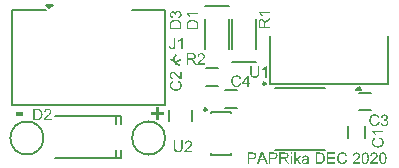
<source format=gto>
G04*
G04 #@! TF.GenerationSoftware,Altium Limited,Altium Designer,20.1.14 (287)*
G04*
G04 Layer_Color=65535*
%FSLAX25Y25*%
%MOIN*%
G70*
G04*
G04 #@! TF.SameCoordinates,1A763A23-7295-4F3A-9B5C-2D741166247D*
G04*
G04*
G04 #@! TF.FilePolarity,Positive*
G04*
G01*
G75*
%ADD10C,0.00598*%
%ADD11C,0.01000*%
%ADD12C,0.00500*%
%ADD13C,0.00600*%
G36*
X96657Y108426D02*
X96192D01*
Y108959D01*
X96657D01*
Y108426D01*
D02*
G37*
G36*
X113476Y109020D02*
X113515D01*
X113563Y109013D01*
X113621Y109007D01*
X113683Y108997D01*
X113751Y108988D01*
X113825Y108972D01*
X113902Y108952D01*
X113980Y108930D01*
X114061Y108900D01*
X114141Y108868D01*
X114219Y108829D01*
X114296Y108784D01*
X114371Y108732D01*
X114374Y108729D01*
X114387Y108720D01*
X114406Y108703D01*
X114435Y108681D01*
X114464Y108649D01*
X114503Y108613D01*
X114542Y108571D01*
X114584Y108522D01*
X114629Y108468D01*
X114674Y108410D01*
X114719Y108342D01*
X114765Y108271D01*
X114807Y108190D01*
X114846Y108106D01*
X114881Y108019D01*
X114913Y107922D01*
X114422Y107806D01*
Y107809D01*
X114416Y107825D01*
X114409Y107844D01*
X114397Y107873D01*
X114384Y107906D01*
X114367Y107948D01*
X114348Y107990D01*
X114325Y108035D01*
X114270Y108135D01*
X114206Y108235D01*
X114167Y108280D01*
X114128Y108326D01*
X114083Y108368D01*
X114038Y108406D01*
X114035Y108410D01*
X114025Y108416D01*
X114012Y108422D01*
X113993Y108435D01*
X113970Y108451D01*
X113938Y108468D01*
X113906Y108484D01*
X113867Y108503D01*
X113825Y108519D01*
X113776Y108536D01*
X113725Y108552D01*
X113670Y108568D01*
X113608Y108581D01*
X113547Y108587D01*
X113479Y108594D01*
X113411Y108597D01*
X113369D01*
X113340Y108594D01*
X113302Y108590D01*
X113259Y108587D01*
X113211Y108581D01*
X113156Y108571D01*
X113101Y108558D01*
X113043Y108545D01*
X112982Y108529D01*
X112920Y108510D01*
X112859Y108484D01*
X112798Y108455D01*
X112740Y108422D01*
X112681Y108387D01*
X112678Y108384D01*
X112668Y108377D01*
X112652Y108364D01*
X112633Y108348D01*
X112610Y108329D01*
X112584Y108303D01*
X112552Y108271D01*
X112520Y108238D01*
X112488Y108200D01*
X112452Y108158D01*
X112420Y108112D01*
X112384Y108061D01*
X112352Y108009D01*
X112323Y107951D01*
X112297Y107889D01*
X112271Y107825D01*
Y107822D01*
X112265Y107809D01*
X112261Y107789D01*
X112252Y107764D01*
X112245Y107731D01*
X112236Y107692D01*
X112223Y107650D01*
X112213Y107602D01*
X112203Y107550D01*
X112190Y107492D01*
X112181Y107434D01*
X112174Y107373D01*
X112161Y107240D01*
X112155Y107101D01*
Y107095D01*
Y107079D01*
Y107053D01*
X112158Y107021D01*
Y106979D01*
X112161Y106930D01*
X112168Y106875D01*
X112171Y106814D01*
X112181Y106749D01*
X112190Y106681D01*
X112213Y106543D01*
X112249Y106397D01*
X112268Y106326D01*
X112294Y106258D01*
X112297Y106255D01*
X112300Y106242D01*
X112310Y106223D01*
X112320Y106200D01*
X112336Y106171D01*
X112352Y106136D01*
X112374Y106097D01*
X112400Y106058D01*
X112429Y106013D01*
X112462Y105971D01*
X112497Y105926D01*
X112536Y105880D01*
X112578Y105838D01*
X112626Y105796D01*
X112675Y105758D01*
X112730Y105722D01*
X112733Y105719D01*
X112743Y105716D01*
X112759Y105706D01*
X112782Y105693D01*
X112811Y105680D01*
X112843Y105667D01*
X112878Y105651D01*
X112920Y105635D01*
X112969Y105615D01*
X113017Y105599D01*
X113069Y105587D01*
X113127Y105574D01*
X113247Y105551D01*
X113308Y105548D01*
X113373Y105544D01*
X113392D01*
X113415Y105548D01*
X113444D01*
X113479Y105551D01*
X113521Y105557D01*
X113566Y105564D01*
X113618Y105574D01*
X113673Y105587D01*
X113728Y105603D01*
X113786Y105622D01*
X113847Y105648D01*
X113906Y105674D01*
X113967Y105706D01*
X114025Y105745D01*
X114080Y105787D01*
X114083Y105790D01*
X114093Y105800D01*
X114109Y105813D01*
X114128Y105832D01*
X114151Y105858D01*
X114180Y105890D01*
X114209Y105926D01*
X114241Y105968D01*
X114274Y106016D01*
X114306Y106068D01*
X114338Y106126D01*
X114371Y106191D01*
X114403Y106262D01*
X114432Y106336D01*
X114455Y106417D01*
X114477Y106504D01*
X114978Y106378D01*
Y106375D01*
X114975Y106371D01*
Y106362D01*
X114971Y106352D01*
X114962Y106320D01*
X114946Y106278D01*
X114929Y106226D01*
X114907Y106168D01*
X114878Y106100D01*
X114849Y106032D01*
X114810Y105958D01*
X114771Y105880D01*
X114723Y105803D01*
X114671Y105725D01*
X114613Y105648D01*
X114551Y105574D01*
X114484Y105506D01*
X114409Y105441D01*
X114406Y105438D01*
X114390Y105428D01*
X114367Y105412D01*
X114338Y105389D01*
X114296Y105367D01*
X114251Y105338D01*
X114196Y105309D01*
X114132Y105280D01*
X114064Y105251D01*
X113986Y105221D01*
X113906Y105192D01*
X113818Y105170D01*
X113725Y105147D01*
X113628Y105131D01*
X113521Y105121D01*
X113415Y105118D01*
X113389D01*
X113356Y105121D01*
X113314D01*
X113263Y105125D01*
X113201Y105131D01*
X113134Y105138D01*
X113063Y105150D01*
X112985Y105163D01*
X112904Y105180D01*
X112820Y105199D01*
X112736Y105221D01*
X112655Y105251D01*
X112572Y105283D01*
X112494Y105322D01*
X112420Y105364D01*
X112417Y105367D01*
X112404Y105377D01*
X112384Y105389D01*
X112358Y105409D01*
X112326Y105435D01*
X112287Y105467D01*
X112249Y105506D01*
X112203Y105548D01*
X112158Y105596D01*
X112110Y105648D01*
X112061Y105709D01*
X112013Y105774D01*
X111968Y105842D01*
X111922Y105919D01*
X111877Y105997D01*
X111838Y106084D01*
X111835Y106090D01*
X111829Y106106D01*
X111819Y106132D01*
X111809Y106165D01*
X111793Y106210D01*
X111777Y106262D01*
X111758Y106320D01*
X111741Y106387D01*
X111722Y106462D01*
X111703Y106539D01*
X111687Y106623D01*
X111674Y106711D01*
X111661Y106804D01*
X111651Y106898D01*
X111644Y106998D01*
X111641Y107098D01*
Y107101D01*
Y107105D01*
Y107124D01*
Y107156D01*
X111644Y107198D01*
X111648Y107247D01*
X111654Y107308D01*
X111661Y107373D01*
X111670Y107447D01*
X111680Y107525D01*
X111696Y107608D01*
X111712Y107692D01*
X111735Y107780D01*
X111761Y107867D01*
X111790Y107954D01*
X111825Y108041D01*
X111864Y108125D01*
X111867Y108132D01*
X111874Y108145D01*
X111887Y108167D01*
X111906Y108196D01*
X111929Y108235D01*
X111958Y108277D01*
X111990Y108322D01*
X112029Y108374D01*
X112071Y108426D01*
X112119Y108481D01*
X112171Y108539D01*
X112229Y108594D01*
X112291Y108649D01*
X112358Y108700D01*
X112429Y108749D01*
X112504Y108794D01*
X112510Y108797D01*
X112523Y108803D01*
X112546Y108817D01*
X112578Y108829D01*
X112617Y108845D01*
X112662Y108865D01*
X112714Y108888D01*
X112775Y108910D01*
X112840Y108930D01*
X112911Y108952D01*
X112985Y108972D01*
X113066Y108988D01*
X113150Y109001D01*
X113237Y109013D01*
X113327Y109020D01*
X113421Y109023D01*
X113447D01*
X113476Y109020D01*
D02*
G37*
G36*
X124041Y108972D02*
X124080D01*
X124125Y108965D01*
X124177Y108959D01*
X124238Y108949D01*
X124300Y108936D01*
X124367Y108920D01*
X124439Y108900D01*
X124510Y108875D01*
X124581Y108845D01*
X124652Y108813D01*
X124720Y108771D01*
X124787Y108726D01*
X124849Y108671D01*
X124852Y108668D01*
X124862Y108658D01*
X124878Y108642D01*
X124900Y108616D01*
X124923Y108587D01*
X124949Y108552D01*
X124978Y108513D01*
X125010Y108464D01*
X125039Y108413D01*
X125068Y108358D01*
X125094Y108296D01*
X125120Y108229D01*
X125139Y108161D01*
X125156Y108087D01*
X125165Y108006D01*
X125169Y107925D01*
Y107922D01*
Y107915D01*
Y107902D01*
Y107886D01*
X125165Y107867D01*
Y107841D01*
X125162Y107815D01*
X125156Y107786D01*
X125146Y107718D01*
X125130Y107641D01*
X125107Y107560D01*
X125075Y107479D01*
Y107476D01*
X125072Y107470D01*
X125065Y107457D01*
X125056Y107440D01*
X125046Y107421D01*
X125033Y107398D01*
X125020Y107369D01*
X125001Y107340D01*
X124959Y107269D01*
X124904Y107192D01*
X124839Y107108D01*
X124765Y107017D01*
X124762Y107014D01*
X124755Y107008D01*
X124742Y106992D01*
X124723Y106972D01*
X124700Y106949D01*
X124671Y106917D01*
X124636Y106885D01*
X124597Y106843D01*
X124548Y106798D01*
X124497Y106749D01*
X124439Y106694D01*
X124374Y106633D01*
X124306Y106572D01*
X124229Y106501D01*
X124145Y106430D01*
X124054Y106352D01*
X124051Y106349D01*
X124035Y106336D01*
X124015Y106320D01*
X123986Y106297D01*
X123954Y106268D01*
X123915Y106236D01*
X123873Y106200D01*
X123831Y106161D01*
X123741Y106084D01*
X123654Y106003D01*
X123612Y105968D01*
X123576Y105935D01*
X123544Y105903D01*
X123518Y105877D01*
X123512Y105871D01*
X123499Y105855D01*
X123476Y105832D01*
X123450Y105800D01*
X123418Y105764D01*
X123386Y105722D01*
X123353Y105677D01*
X123321Y105629D01*
X125175D01*
Y105183D01*
X122678D01*
Y105186D01*
Y105189D01*
Y105199D01*
Y105212D01*
Y105244D01*
X122681Y105286D01*
X122688Y105334D01*
X122698Y105386D01*
X122711Y105444D01*
X122730Y105502D01*
Y105506D01*
X122733Y105515D01*
X122740Y105528D01*
X122749Y105548D01*
X122759Y105570D01*
X122772Y105596D01*
X122788Y105629D01*
X122804Y105661D01*
X122846Y105738D01*
X122901Y105822D01*
X122962Y105913D01*
X123037Y106003D01*
X123040Y106006D01*
X123046Y106016D01*
X123059Y106029D01*
X123075Y106048D01*
X123098Y106071D01*
X123124Y106100D01*
X123156Y106132D01*
X123192Y106168D01*
X123231Y106210D01*
X123276Y106252D01*
X123327Y106300D01*
X123382Y106349D01*
X123441Y106404D01*
X123505Y106459D01*
X123573Y106517D01*
X123644Y106575D01*
X123647D01*
X123650Y106581D01*
X123670Y106597D01*
X123702Y106623D01*
X123744Y106659D01*
X123793Y106701D01*
X123851Y106753D01*
X123912Y106807D01*
X123977Y106866D01*
X124048Y106927D01*
X124116Y106995D01*
X124187Y107059D01*
X124254Y107127D01*
X124316Y107192D01*
X124377Y107256D01*
X124429Y107318D01*
X124474Y107376D01*
X124477Y107379D01*
X124484Y107389D01*
X124494Y107405D01*
X124510Y107428D01*
X124526Y107453D01*
X124542Y107483D01*
X124561Y107518D01*
X124584Y107557D01*
X124623Y107644D01*
X124658Y107738D01*
X124671Y107786D01*
X124681Y107834D01*
X124687Y107886D01*
X124690Y107935D01*
Y107938D01*
Y107948D01*
Y107960D01*
X124687Y107980D01*
X124684Y108006D01*
X124681Y108032D01*
X124674Y108064D01*
X124665Y108096D01*
X124642Y108170D01*
X124626Y108206D01*
X124607Y108248D01*
X124584Y108287D01*
X124558Y108326D01*
X124529Y108364D01*
X124494Y108400D01*
X124490Y108403D01*
X124484Y108410D01*
X124474Y108416D01*
X124458Y108429D01*
X124439Y108445D01*
X124416Y108461D01*
X124387Y108477D01*
X124355Y108497D01*
X124319Y108513D01*
X124280Y108529D01*
X124238Y108545D01*
X124193Y108561D01*
X124145Y108574D01*
X124093Y108581D01*
X124038Y108587D01*
X123980Y108590D01*
X123948D01*
X123925Y108587D01*
X123896Y108584D01*
X123864Y108581D01*
X123828Y108574D01*
X123786Y108564D01*
X123702Y108542D01*
X123657Y108526D01*
X123612Y108503D01*
X123566Y108481D01*
X123524Y108455D01*
X123483Y108422D01*
X123444Y108387D01*
X123441Y108384D01*
X123434Y108377D01*
X123424Y108368D01*
X123411Y108351D01*
X123398Y108329D01*
X123379Y108306D01*
X123363Y108277D01*
X123344Y108241D01*
X123324Y108206D01*
X123308Y108164D01*
X123289Y108119D01*
X123276Y108070D01*
X123263Y108015D01*
X123253Y107960D01*
X123247Y107899D01*
X123243Y107834D01*
X122765Y107883D01*
Y107889D01*
X122769Y107906D01*
X122772Y107935D01*
X122778Y107970D01*
X122788Y108015D01*
X122798Y108067D01*
X122811Y108122D01*
X122830Y108183D01*
X122849Y108248D01*
X122875Y108316D01*
X122904Y108384D01*
X122940Y108451D01*
X122979Y108516D01*
X123024Y108581D01*
X123075Y108639D01*
X123130Y108694D01*
X123134Y108697D01*
X123147Y108707D01*
X123163Y108720D01*
X123188Y108739D01*
X123221Y108758D01*
X123260Y108784D01*
X123305Y108807D01*
X123356Y108836D01*
X123415Y108862D01*
X123479Y108888D01*
X123550Y108910D01*
X123628Y108930D01*
X123709Y108949D01*
X123799Y108962D01*
X123893Y108972D01*
X123990Y108975D01*
X124012D01*
X124041Y108972D01*
D02*
G37*
G36*
X118176D02*
X118214D01*
X118260Y108965D01*
X118311Y108959D01*
X118373Y108949D01*
X118434Y108936D01*
X118502Y108920D01*
X118573Y108900D01*
X118644Y108875D01*
X118715Y108845D01*
X118786Y108813D01*
X118854Y108771D01*
X118922Y108726D01*
X118983Y108671D01*
X118986Y108668D01*
X118996Y108658D01*
X119012Y108642D01*
X119035Y108616D01*
X119057Y108587D01*
X119083Y108552D01*
X119112Y108513D01*
X119145Y108464D01*
X119174Y108413D01*
X119203Y108358D01*
X119229Y108296D01*
X119254Y108229D01*
X119274Y108161D01*
X119290Y108087D01*
X119300Y108006D01*
X119303Y107925D01*
Y107922D01*
Y107915D01*
Y107902D01*
Y107886D01*
X119300Y107867D01*
Y107841D01*
X119296Y107815D01*
X119290Y107786D01*
X119280Y107718D01*
X119264Y107641D01*
X119241Y107560D01*
X119209Y107479D01*
Y107476D01*
X119206Y107470D01*
X119200Y107457D01*
X119190Y107440D01*
X119180Y107421D01*
X119167Y107398D01*
X119154Y107369D01*
X119135Y107340D01*
X119093Y107269D01*
X119038Y107192D01*
X118973Y107108D01*
X118899Y107017D01*
X118896Y107014D01*
X118889Y107008D01*
X118877Y106992D01*
X118857Y106972D01*
X118834Y106949D01*
X118805Y106917D01*
X118770Y106885D01*
X118731Y106843D01*
X118683Y106798D01*
X118631Y106749D01*
X118573Y106694D01*
X118508Y106633D01*
X118440Y106572D01*
X118363Y106501D01*
X118279Y106430D01*
X118189Y106352D01*
X118185Y106349D01*
X118169Y106336D01*
X118150Y106320D01*
X118121Y106297D01*
X118088Y106268D01*
X118050Y106236D01*
X118008Y106200D01*
X117966Y106161D01*
X117875Y106084D01*
X117788Y106003D01*
X117746Y105968D01*
X117710Y105935D01*
X117678Y105903D01*
X117652Y105877D01*
X117646Y105871D01*
X117633Y105855D01*
X117610Y105832D01*
X117585Y105800D01*
X117552Y105764D01*
X117520Y105722D01*
X117488Y105677D01*
X117455Y105629D01*
X119309D01*
Y105183D01*
X116813D01*
Y105186D01*
Y105189D01*
Y105199D01*
Y105212D01*
Y105244D01*
X116816Y105286D01*
X116822Y105334D01*
X116832Y105386D01*
X116845Y105444D01*
X116864Y105502D01*
Y105506D01*
X116867Y105515D01*
X116874Y105528D01*
X116884Y105548D01*
X116893Y105570D01*
X116906Y105596D01*
X116922Y105629D01*
X116938Y105661D01*
X116981Y105738D01*
X117035Y105822D01*
X117097Y105913D01*
X117171Y106003D01*
X117174Y106006D01*
X117181Y106016D01*
X117194Y106029D01*
X117210Y106048D01*
X117232Y106071D01*
X117258Y106100D01*
X117291Y106132D01*
X117326Y106168D01*
X117365Y106210D01*
X117410Y106252D01*
X117462Y106300D01*
X117517Y106349D01*
X117575Y106404D01*
X117639Y106459D01*
X117707Y106517D01*
X117778Y106575D01*
X117781D01*
X117785Y106581D01*
X117804Y106597D01*
X117836Y106623D01*
X117878Y106659D01*
X117927Y106701D01*
X117985Y106753D01*
X118046Y106807D01*
X118111Y106866D01*
X118182Y106927D01*
X118250Y106995D01*
X118321Y107059D01*
X118389Y107127D01*
X118450Y107192D01*
X118511Y107256D01*
X118563Y107318D01*
X118608Y107376D01*
X118612Y107379D01*
X118618Y107389D01*
X118628Y107405D01*
X118644Y107428D01*
X118660Y107453D01*
X118676Y107483D01*
X118696Y107518D01*
X118718Y107557D01*
X118757Y107644D01*
X118792Y107738D01*
X118805Y107786D01*
X118815Y107834D01*
X118822Y107886D01*
X118825Y107935D01*
Y107938D01*
Y107948D01*
Y107960D01*
X118822Y107980D01*
X118818Y108006D01*
X118815Y108032D01*
X118809Y108064D01*
X118799Y108096D01*
X118776Y108170D01*
X118760Y108206D01*
X118741Y108248D01*
X118718Y108287D01*
X118692Y108326D01*
X118663Y108364D01*
X118628Y108400D01*
X118624Y108403D01*
X118618Y108410D01*
X118608Y108416D01*
X118592Y108429D01*
X118573Y108445D01*
X118550Y108461D01*
X118521Y108477D01*
X118489Y108497D01*
X118453Y108513D01*
X118415Y108529D01*
X118373Y108545D01*
X118327Y108561D01*
X118279Y108574D01*
X118227Y108581D01*
X118172Y108587D01*
X118114Y108590D01*
X118082D01*
X118059Y108587D01*
X118030Y108584D01*
X117998Y108581D01*
X117962Y108574D01*
X117920Y108564D01*
X117836Y108542D01*
X117791Y108526D01*
X117746Y108503D01*
X117701Y108481D01*
X117659Y108455D01*
X117617Y108422D01*
X117578Y108387D01*
X117575Y108384D01*
X117568Y108377D01*
X117559Y108368D01*
X117546Y108351D01*
X117533Y108329D01*
X117513Y108306D01*
X117497Y108277D01*
X117478Y108241D01*
X117458Y108206D01*
X117442Y108164D01*
X117423Y108119D01*
X117410Y108070D01*
X117397Y108015D01*
X117387Y107960D01*
X117381Y107899D01*
X117378Y107834D01*
X116900Y107883D01*
Y107889D01*
X116903Y107906D01*
X116906Y107935D01*
X116913Y107970D01*
X116922Y108015D01*
X116932Y108067D01*
X116945Y108122D01*
X116964Y108183D01*
X116984Y108248D01*
X117009Y108316D01*
X117039Y108384D01*
X117074Y108451D01*
X117113Y108516D01*
X117158Y108581D01*
X117210Y108639D01*
X117265Y108694D01*
X117268Y108697D01*
X117281Y108707D01*
X117297Y108720D01*
X117323Y108739D01*
X117355Y108758D01*
X117394Y108784D01*
X117439Y108807D01*
X117491Y108836D01*
X117549Y108862D01*
X117614Y108888D01*
X117685Y108910D01*
X117762Y108930D01*
X117843Y108949D01*
X117933Y108962D01*
X118027Y108972D01*
X118124Y108975D01*
X118147D01*
X118176Y108972D01*
D02*
G37*
G36*
X111008Y108513D02*
X108780Y108513D01*
Y107360D01*
X110866Y107360D01*
Y106914D01*
X108780Y106914D01*
Y105628D01*
X111095Y105629D01*
Y105183D01*
X108279Y105183D01*
Y108959D01*
X111008Y108959D01*
Y108513D01*
D02*
G37*
G36*
X105911Y108955D02*
X105956D01*
X106008Y108952D01*
X106118Y108946D01*
X106228Y108936D01*
X106334Y108923D01*
X106386Y108913D01*
X106431Y108904D01*
X106435D01*
X106444Y108900D01*
X106464Y108897D01*
X106486Y108888D01*
X106512Y108881D01*
X106544Y108871D01*
X106583Y108858D01*
X106622Y108842D01*
X106709Y108803D01*
X106799Y108758D01*
X106893Y108700D01*
X106984Y108632D01*
X106987Y108629D01*
X106997Y108619D01*
X107013Y108607D01*
X107032Y108587D01*
X107058Y108561D01*
X107087Y108532D01*
X107119Y108497D01*
X107152Y108458D01*
X107187Y108413D01*
X107226Y108364D01*
X107261Y108309D01*
X107300Y108254D01*
X107336Y108193D01*
X107371Y108128D01*
X107404Y108057D01*
X107433Y107986D01*
X107436Y107983D01*
X107439Y107970D01*
X107446Y107948D01*
X107455Y107919D01*
X107468Y107880D01*
X107481Y107834D01*
X107494Y107786D01*
X107507Y107728D01*
X107520Y107663D01*
X107533Y107596D01*
X107546Y107521D01*
X107559Y107444D01*
X107568Y107360D01*
X107575Y107273D01*
X107581Y107182D01*
Y107088D01*
Y107085D01*
Y107069D01*
Y107046D01*
Y107017D01*
X107578Y106979D01*
X107575Y106937D01*
X107571Y106885D01*
X107568Y106833D01*
X107562Y106775D01*
X107555Y106714D01*
X107539Y106585D01*
X107513Y106455D01*
X107478Y106326D01*
Y106323D01*
X107475Y106310D01*
X107468Y106294D01*
X107458Y106271D01*
X107449Y106242D01*
X107439Y106210D01*
X107423Y106174D01*
X107407Y106132D01*
X107371Y106045D01*
X107326Y105955D01*
X107278Y105864D01*
X107219Y105777D01*
X107216Y105774D01*
X107213Y105767D01*
X107203Y105758D01*
X107194Y105742D01*
X107177Y105722D01*
X107161Y105703D01*
X107119Y105654D01*
X107068Y105599D01*
X107009Y105541D01*
X106945Y105486D01*
X106877Y105435D01*
X106874D01*
X106867Y105428D01*
X106858Y105422D01*
X106845Y105415D01*
X106825Y105402D01*
X106806Y105393D01*
X106780Y105377D01*
X106751Y105364D01*
X106686Y105331D01*
X106609Y105302D01*
X106525Y105270D01*
X106428Y105244D01*
X106425D01*
X106415Y105241D01*
X106402Y105238D01*
X106383Y105234D01*
X106357Y105231D01*
X106325Y105225D01*
X106292Y105218D01*
X106254Y105215D01*
X106212Y105209D01*
X106163Y105202D01*
X106115Y105196D01*
X106060Y105192D01*
X105947Y105186D01*
X105821Y105183D01*
X104461D01*
Y108959D01*
X105869D01*
X105911Y108955D01*
D02*
G37*
G36*
X101247Y107977D02*
X101283D01*
X101321Y107973D01*
X101363Y107970D01*
X101451Y107960D01*
X101548Y107944D01*
X101641Y107925D01*
X101728Y107896D01*
X101732D01*
X101738Y107893D01*
X101751Y107886D01*
X101764Y107880D01*
X101803Y107864D01*
X101851Y107838D01*
X101903Y107809D01*
X101958Y107773D01*
X102009Y107731D01*
X102051Y107686D01*
X102055Y107679D01*
X102068Y107663D01*
X102087Y107638D01*
X102110Y107602D01*
X102132Y107557D01*
X102155Y107502D01*
X102177Y107440D01*
X102193Y107373D01*
Y107366D01*
X102197Y107350D01*
X102200Y107337D01*
X102203Y107318D01*
Y107298D01*
X102207Y107276D01*
X102210Y107247D01*
X102213Y107218D01*
Y107182D01*
X102216Y107143D01*
Y107098D01*
X102219Y107053D01*
Y107001D01*
Y106946D01*
Y106326D01*
Y106323D01*
Y106320D01*
Y106310D01*
Y106297D01*
Y106265D01*
Y106223D01*
Y106171D01*
X102223Y106113D01*
Y106048D01*
Y105981D01*
X102226Y105842D01*
X102229Y105774D01*
X102232Y105709D01*
X102235Y105648D01*
X102239Y105593D01*
X102242Y105548D01*
X102249Y105509D01*
Y105506D01*
Y105502D01*
X102252Y105493D01*
X102255Y105480D01*
X102261Y105448D01*
X102274Y105406D01*
X102290Y105354D01*
X102310Y105299D01*
X102336Y105241D01*
X102365Y105183D01*
X101880D01*
Y105186D01*
X101877Y105189D01*
X101871Y105209D01*
X101858Y105238D01*
X101841Y105280D01*
X101829Y105328D01*
X101812Y105383D01*
X101799Y105448D01*
X101790Y105519D01*
X101787Y105515D01*
X101777Y105509D01*
X101764Y105499D01*
X101745Y105483D01*
X101722Y105464D01*
X101696Y105444D01*
X101664Y105422D01*
X101631Y105399D01*
X101554Y105347D01*
X101470Y105296D01*
X101383Y105247D01*
X101292Y105209D01*
X101289D01*
X101283Y105205D01*
X101270Y105202D01*
X101250Y105196D01*
X101228Y105189D01*
X101202Y105180D01*
X101173Y105173D01*
X101137Y105167D01*
X101063Y105150D01*
X100976Y105134D01*
X100879Y105125D01*
X100779Y105121D01*
X100737D01*
X100705Y105125D01*
X100669Y105128D01*
X100624Y105134D01*
X100575Y105141D01*
X100524Y105150D01*
X100414Y105176D01*
X100356Y105192D01*
X100297Y105215D01*
X100243Y105241D01*
X100188Y105270D01*
X100136Y105302D01*
X100088Y105341D01*
X100084Y105344D01*
X100078Y105351D01*
X100065Y105364D01*
X100049Y105380D01*
X100033Y105402D01*
X100010Y105428D01*
X99991Y105461D01*
X99968Y105493D01*
X99945Y105532D01*
X99923Y105573D01*
X99900Y105622D01*
X99884Y105670D01*
X99868Y105725D01*
X99855Y105780D01*
X99849Y105842D01*
X99845Y105903D01*
Y105906D01*
Y105913D01*
Y105922D01*
Y105938D01*
X99849Y105955D01*
X99852Y105974D01*
X99858Y106023D01*
X99868Y106081D01*
X99884Y106142D01*
X99907Y106207D01*
X99936Y106268D01*
Y106271D01*
X99939Y106274D01*
X99945Y106284D01*
X99952Y106297D01*
X99971Y106326D01*
X100000Y106365D01*
X100033Y106407D01*
X100075Y106452D01*
X100123Y106497D01*
X100175Y106536D01*
X100178D01*
X100181Y106539D01*
X100201Y106552D01*
X100233Y106572D01*
X100272Y106594D01*
X100323Y106620D01*
X100378Y106643D01*
X100443Y106668D01*
X100511Y106688D01*
X100517Y106691D01*
X100537Y106694D01*
X100569Y106701D01*
X100614Y106711D01*
X100669Y106723D01*
X100705Y106727D01*
X100740Y106733D01*
X100782Y106740D01*
X100824Y106746D01*
X100873Y106753D01*
X100921Y106759D01*
X100927D01*
X100947Y106762D01*
X100976Y106765D01*
X101015Y106772D01*
X101060Y106778D01*
X101111Y106785D01*
X101173Y106795D01*
X101234Y106804D01*
X101370Y106827D01*
X101509Y106856D01*
X101573Y106872D01*
X101638Y106888D01*
X101696Y106904D01*
X101751Y106921D01*
Y106924D01*
Y106937D01*
Y106953D01*
X101754Y106972D01*
Y107011D01*
Y107027D01*
Y107040D01*
Y107043D01*
Y107053D01*
Y107066D01*
X101751Y107085D01*
Y107108D01*
X101748Y107134D01*
X101738Y107195D01*
X101722Y107260D01*
X101699Y107327D01*
X101667Y107386D01*
X101644Y107415D01*
X101622Y107437D01*
X101619Y107440D01*
X101612Y107444D01*
X101602Y107453D01*
X101590Y107463D01*
X101570Y107473D01*
X101548Y107489D01*
X101522Y107502D01*
X101489Y107518D01*
X101454Y107531D01*
X101415Y107547D01*
X101370Y107560D01*
X101325Y107570D01*
X101273Y107583D01*
X101215Y107589D01*
X101157Y107592D01*
X101092Y107596D01*
X101060D01*
X101037Y107592D01*
X101011D01*
X100979Y107589D01*
X100947Y107586D01*
X100908Y107583D01*
X100830Y107566D01*
X100750Y107547D01*
X100672Y107518D01*
X100640Y107499D01*
X100608Y107479D01*
X100604D01*
X100601Y107473D01*
X100582Y107457D01*
X100556Y107428D01*
X100540Y107408D01*
X100520Y107386D01*
X100501Y107360D01*
X100485Y107331D01*
X100466Y107298D01*
X100446Y107263D01*
X100427Y107221D01*
X100411Y107176D01*
X100394Y107127D01*
X100378Y107076D01*
X99926Y107137D01*
Y107140D01*
X99929Y107150D01*
X99932Y107166D01*
X99939Y107185D01*
X99945Y107211D01*
X99952Y107237D01*
X99962Y107269D01*
X99975Y107305D01*
X100004Y107379D01*
X100036Y107457D01*
X100078Y107534D01*
X100126Y107605D01*
X100130Y107608D01*
X100133Y107612D01*
X100143Y107621D01*
X100152Y107634D01*
X100168Y107650D01*
X100185Y107667D01*
X100230Y107709D01*
X100288Y107754D01*
X100359Y107799D01*
X100443Y107844D01*
X100537Y107883D01*
X100540D01*
X100549Y107886D01*
X100562Y107893D01*
X100585Y107899D01*
X100611Y107906D01*
X100640Y107915D01*
X100675Y107922D01*
X100714Y107931D01*
X100759Y107941D01*
X100808Y107951D01*
X100860Y107957D01*
X100911Y107964D01*
X101031Y107977D01*
X101160Y107980D01*
X101218D01*
X101247Y107977D01*
D02*
G37*
G36*
X97830Y106804D02*
X98928Y107919D01*
X99529D01*
X98482Y106901D01*
X99635Y105183D01*
X99060D01*
X98150Y106578D01*
X97830Y106268D01*
Y105183D01*
X97365D01*
Y108959D01*
X97830D01*
Y106804D01*
D02*
G37*
G36*
X96657Y105183D02*
X96192D01*
Y107919D01*
X96657D01*
Y105183D01*
D02*
G37*
G36*
X94248Y108955D02*
X94296Y108952D01*
X94351Y108949D01*
X94409Y108946D01*
X94532Y108933D01*
X94661Y108917D01*
X94723Y108904D01*
X94784Y108891D01*
X94839Y108875D01*
X94890Y108855D01*
X94894D01*
X94903Y108852D01*
X94916Y108845D01*
X94933Y108836D01*
X94955Y108823D01*
X94981Y108810D01*
X95042Y108774D01*
X95107Y108723D01*
X95142Y108694D01*
X95178Y108661D01*
X95214Y108626D01*
X95246Y108587D01*
X95278Y108542D01*
X95310Y108497D01*
X95314Y108493D01*
X95317Y108484D01*
X95327Y108471D01*
X95336Y108451D01*
X95346Y108429D01*
X95362Y108400D01*
X95375Y108364D01*
X95391Y108329D01*
X95404Y108287D01*
X95420Y108245D01*
X95443Y108148D01*
X95462Y108041D01*
X95465Y107986D01*
X95469Y107928D01*
Y107925D01*
Y107909D01*
X95465Y107889D01*
Y107860D01*
X95462Y107825D01*
X95456Y107786D01*
X95446Y107741D01*
X95436Y107692D01*
X95424Y107641D01*
X95404Y107586D01*
X95385Y107528D01*
X95359Y107473D01*
X95330Y107415D01*
X95294Y107357D01*
X95252Y107302D01*
X95207Y107250D01*
X95204Y107247D01*
X95194Y107237D01*
X95178Y107224D01*
X95159Y107205D01*
X95130Y107185D01*
X95097Y107159D01*
X95055Y107134D01*
X95010Y107105D01*
X94955Y107076D01*
X94897Y107043D01*
X94829Y107014D01*
X94758Y106988D01*
X94677Y106962D01*
X94593Y106937D01*
X94503Y106917D01*
X94403Y106901D01*
X94406D01*
X94412Y106898D01*
X94422Y106891D01*
X94435Y106885D01*
X94471Y106866D01*
X94516Y106840D01*
X94564Y106811D01*
X94613Y106778D01*
X94661Y106746D01*
X94703Y106711D01*
X94706Y106707D01*
X94713Y106701D01*
X94726Y106691D01*
X94742Y106675D01*
X94761Y106656D01*
X94784Y106633D01*
X94810Y106604D01*
X94839Y106572D01*
X94868Y106539D01*
X94900Y106500D01*
X94971Y106413D01*
X95046Y106316D01*
X95120Y106210D01*
X95772Y105183D01*
X95149D01*
X94648Y105968D01*
X94645Y105971D01*
X94639Y105984D01*
X94626Y106000D01*
X94613Y106023D01*
X94593Y106052D01*
X94571Y106084D01*
X94548Y106119D01*
X94522Y106161D01*
X94464Y106242D01*
X94403Y106329D01*
X94341Y106413D01*
X94316Y106452D01*
X94287Y106488D01*
Y106491D01*
X94280Y106494D01*
X94274Y106504D01*
X94264Y106517D01*
X94235Y106549D01*
X94203Y106588D01*
X94160Y106630D01*
X94118Y106672D01*
X94073Y106707D01*
X94031Y106740D01*
X94028Y106743D01*
X94012Y106753D01*
X93989Y106762D01*
X93963Y106778D01*
X93928Y106795D01*
X93889Y106811D01*
X93847Y106827D01*
X93805Y106840D01*
X93802D01*
X93789Y106843D01*
X93770Y106846D01*
X93741Y106849D01*
X93702Y106853D01*
X93653Y106856D01*
X93595Y106859D01*
X92949D01*
Y105183D01*
X92449D01*
Y108959D01*
X94206D01*
X94248Y108955D01*
D02*
G37*
G36*
X90475D02*
X90559D01*
X90653Y108949D01*
X90746Y108942D01*
X90840Y108933D01*
X90882Y108926D01*
X90921Y108920D01*
X90924D01*
X90934Y108917D01*
X90947Y108913D01*
X90966Y108910D01*
X90992Y108907D01*
X91018Y108897D01*
X91050Y108891D01*
X91082Y108881D01*
X91157Y108855D01*
X91234Y108826D01*
X91312Y108787D01*
X91386Y108742D01*
X91389D01*
X91396Y108736D01*
X91405Y108729D01*
X91418Y108720D01*
X91454Y108691D01*
X91496Y108649D01*
X91544Y108597D01*
X91596Y108532D01*
X91644Y108461D01*
X91690Y108377D01*
Y108374D01*
X91696Y108368D01*
X91699Y108355D01*
X91709Y108335D01*
X91715Y108316D01*
X91725Y108290D01*
X91738Y108258D01*
X91748Y108225D01*
X91757Y108190D01*
X91770Y108151D01*
X91786Y108064D01*
X91799Y107967D01*
X91806Y107864D01*
Y107857D01*
Y107841D01*
X91803Y107818D01*
Y107783D01*
X91796Y107741D01*
X91790Y107692D01*
X91780Y107641D01*
X91767Y107583D01*
X91751Y107518D01*
X91732Y107453D01*
X91706Y107386D01*
X91677Y107318D01*
X91641Y107250D01*
X91599Y107179D01*
X91554Y107114D01*
X91499Y107050D01*
X91496Y107046D01*
X91483Y107037D01*
X91467Y107021D01*
X91438Y106998D01*
X91402Y106972D01*
X91360Y106943D01*
X91308Y106914D01*
X91247Y106885D01*
X91176Y106853D01*
X91095Y106824D01*
X91002Y106795D01*
X90901Y106769D01*
X90792Y106749D01*
X90669Y106730D01*
X90536Y106720D01*
X90391Y106717D01*
X89425D01*
Y105183D01*
X88925D01*
Y108959D01*
X90440D01*
X90475Y108955D01*
D02*
G37*
G36*
X88527Y105183D02*
X87959D01*
X87520Y106326D01*
X85934D01*
X85523Y105183D01*
X84994D01*
X86441Y108959D01*
X86984D01*
X88527Y105183D01*
D02*
G37*
G36*
X83440Y108955D02*
X83524D01*
X83618Y108949D01*
X83711Y108942D01*
X83805Y108933D01*
X83847Y108926D01*
X83886Y108920D01*
X83889D01*
X83899Y108917D01*
X83912Y108913D01*
X83931Y108910D01*
X83957Y108907D01*
X83983Y108897D01*
X84015Y108891D01*
X84047Y108881D01*
X84122Y108855D01*
X84199Y108826D01*
X84277Y108787D01*
X84351Y108742D01*
X84354D01*
X84361Y108736D01*
X84370Y108729D01*
X84383Y108720D01*
X84419Y108691D01*
X84461Y108649D01*
X84509Y108597D01*
X84561Y108532D01*
X84609Y108461D01*
X84655Y108377D01*
Y108374D01*
X84661Y108368D01*
X84664Y108355D01*
X84674Y108335D01*
X84680Y108316D01*
X84690Y108290D01*
X84703Y108258D01*
X84713Y108225D01*
X84723Y108190D01*
X84735Y108151D01*
X84751Y108064D01*
X84764Y107967D01*
X84771Y107864D01*
Y107857D01*
Y107841D01*
X84768Y107818D01*
Y107783D01*
X84761Y107741D01*
X84755Y107692D01*
X84745Y107641D01*
X84732Y107583D01*
X84716Y107518D01*
X84697Y107453D01*
X84671Y107386D01*
X84642Y107318D01*
X84606Y107250D01*
X84564Y107179D01*
X84519Y107114D01*
X84464Y107050D01*
X84461Y107046D01*
X84448Y107037D01*
X84432Y107021D01*
X84403Y106998D01*
X84367Y106972D01*
X84325Y106943D01*
X84273Y106914D01*
X84212Y106885D01*
X84141Y106853D01*
X84060Y106824D01*
X83967Y106795D01*
X83867Y106769D01*
X83757Y106749D01*
X83634Y106730D01*
X83501Y106720D01*
X83356Y106717D01*
X82390D01*
Y105183D01*
X81890D01*
Y108959D01*
X83405D01*
X83440Y108955D01*
D02*
G37*
G36*
X126955Y108972D02*
X126981D01*
X127013Y108968D01*
X127045Y108965D01*
X127084Y108959D01*
X127168Y108946D01*
X127255Y108923D01*
X127349Y108894D01*
X127436Y108852D01*
X127439D01*
X127446Y108845D01*
X127459Y108839D01*
X127475Y108829D01*
X127494Y108817D01*
X127517Y108800D01*
X127568Y108762D01*
X127630Y108710D01*
X127691Y108652D01*
X127756Y108577D01*
X127814Y108497D01*
X127817Y108493D01*
X127820Y108487D01*
X127827Y108474D01*
X127840Y108455D01*
X127849Y108432D01*
X127866Y108406D01*
X127882Y108377D01*
X127898Y108342D01*
X127917Y108303D01*
X127937Y108258D01*
X127956Y108212D01*
X127975Y108164D01*
X128011Y108054D01*
X128047Y107935D01*
Y107931D01*
X128050Y107919D01*
X128056Y107899D01*
X128059Y107873D01*
X128066Y107841D01*
X128076Y107802D01*
X128082Y107754D01*
X128092Y107699D01*
X128098Y107641D01*
X128105Y107573D01*
X128114Y107499D01*
X128121Y107421D01*
X128127Y107334D01*
X128130Y107244D01*
X128134Y107147D01*
Y107043D01*
Y107040D01*
Y107037D01*
Y107027D01*
Y107014D01*
Y106979D01*
X128130Y106933D01*
Y106875D01*
X128127Y106811D01*
X128121Y106740D01*
X128118Y106659D01*
X128108Y106575D01*
X128101Y106488D01*
X128076Y106310D01*
X128059Y106220D01*
X128040Y106132D01*
X128021Y106048D01*
X127995Y105968D01*
Y105964D01*
X127988Y105948D01*
X127982Y105929D01*
X127969Y105900D01*
X127956Y105868D01*
X127937Y105829D01*
X127917Y105783D01*
X127895Y105735D01*
X127837Y105635D01*
X127766Y105532D01*
X127685Y105428D01*
X127636Y105383D01*
X127588Y105338D01*
X127585Y105334D01*
X127575Y105328D01*
X127559Y105318D01*
X127539Y105302D01*
X127514Y105286D01*
X127481Y105270D01*
X127443Y105247D01*
X127401Y105228D01*
X127352Y105209D01*
X127300Y105189D01*
X127245Y105170D01*
X127184Y105154D01*
X127120Y105138D01*
X127052Y105128D01*
X126981Y105121D01*
X126903Y105118D01*
X126880D01*
X126851Y105121D01*
X126813Y105125D01*
X126767Y105131D01*
X126713Y105138D01*
X126654Y105150D01*
X126590Y105167D01*
X126525Y105186D01*
X126454Y105212D01*
X126383Y105244D01*
X126312Y105283D01*
X126241Y105325D01*
X126170Y105377D01*
X126105Y105438D01*
X126044Y105506D01*
X126041Y105512D01*
X126028Y105528D01*
X126008Y105557D01*
X125986Y105596D01*
X125957Y105648D01*
X125928Y105712D01*
X125892Y105787D01*
X125860Y105877D01*
X125824Y105977D01*
X125789Y106090D01*
X125773Y106152D01*
X125760Y106216D01*
X125743Y106284D01*
X125731Y106355D01*
X125718Y106430D01*
X125708Y106507D01*
X125698Y106588D01*
X125689Y106672D01*
X125682Y106759D01*
X125676Y106849D01*
X125672Y106946D01*
Y107043D01*
Y107046D01*
Y107050D01*
Y107059D01*
Y107072D01*
Y107088D01*
Y107108D01*
X125676Y107153D01*
Y107211D01*
X125679Y107276D01*
X125685Y107350D01*
X125689Y107428D01*
X125698Y107512D01*
X125705Y107602D01*
X125731Y107780D01*
X125747Y107870D01*
X125763Y107957D01*
X125786Y108041D01*
X125808Y108122D01*
X125811Y108125D01*
X125814Y108141D01*
X125824Y108161D01*
X125834Y108190D01*
X125850Y108225D01*
X125866Y108264D01*
X125889Y108306D01*
X125911Y108355D01*
X125970Y108455D01*
X126041Y108561D01*
X126121Y108661D01*
X126170Y108710D01*
X126218Y108752D01*
X126222Y108755D01*
X126231Y108762D01*
X126247Y108771D01*
X126267Y108787D01*
X126293Y108803D01*
X126325Y108823D01*
X126364Y108842D01*
X126406Y108865D01*
X126454Y108884D01*
X126506Y108904D01*
X126561Y108923D01*
X126622Y108939D01*
X126687Y108955D01*
X126754Y108965D01*
X126829Y108972D01*
X126903Y108975D01*
X126932D01*
X126955Y108972D01*
D02*
G37*
G36*
X121089D02*
X121115D01*
X121147Y108968D01*
X121179Y108965D01*
X121218Y108959D01*
X121302Y108946D01*
X121389Y108923D01*
X121483Y108894D01*
X121570Y108852D01*
X121573D01*
X121580Y108845D01*
X121593Y108839D01*
X121609Y108829D01*
X121628Y108817D01*
X121651Y108800D01*
X121703Y108762D01*
X121764Y108710D01*
X121826Y108652D01*
X121890Y108577D01*
X121948Y108497D01*
X121951Y108493D01*
X121955Y108487D01*
X121961Y108474D01*
X121974Y108455D01*
X121984Y108432D01*
X122000Y108406D01*
X122016Y108377D01*
X122032Y108342D01*
X122052Y108303D01*
X122071Y108258D01*
X122090Y108212D01*
X122110Y108164D01*
X122145Y108054D01*
X122181Y107935D01*
Y107931D01*
X122184Y107919D01*
X122190Y107899D01*
X122194Y107873D01*
X122200Y107841D01*
X122210Y107802D01*
X122216Y107754D01*
X122226Y107699D01*
X122232Y107641D01*
X122239Y107573D01*
X122249Y107499D01*
X122255Y107421D01*
X122262Y107334D01*
X122265Y107244D01*
X122268Y107147D01*
Y107043D01*
Y107040D01*
Y107037D01*
Y107027D01*
Y107014D01*
Y106979D01*
X122265Y106933D01*
Y106875D01*
X122262Y106811D01*
X122255Y106740D01*
X122252Y106659D01*
X122242Y106575D01*
X122236Y106488D01*
X122210Y106310D01*
X122194Y106220D01*
X122174Y106132D01*
X122155Y106048D01*
X122129Y105968D01*
Y105964D01*
X122123Y105948D01*
X122116Y105929D01*
X122103Y105900D01*
X122090Y105868D01*
X122071Y105829D01*
X122052Y105783D01*
X122029Y105735D01*
X121971Y105635D01*
X121900Y105532D01*
X121819Y105428D01*
X121771Y105383D01*
X121722Y105338D01*
X121719Y105334D01*
X121709Y105328D01*
X121693Y105318D01*
X121674Y105302D01*
X121648Y105286D01*
X121616Y105270D01*
X121577Y105247D01*
X121535Y105228D01*
X121486Y105209D01*
X121435Y105189D01*
X121380Y105170D01*
X121318Y105154D01*
X121254Y105138D01*
X121186Y105128D01*
X121115Y105121D01*
X121037Y105118D01*
X121015D01*
X120986Y105121D01*
X120947Y105125D01*
X120902Y105131D01*
X120847Y105138D01*
X120789Y105150D01*
X120724Y105167D01*
X120659Y105186D01*
X120588Y105212D01*
X120517Y105244D01*
X120446Y105283D01*
X120375Y105325D01*
X120304Y105377D01*
X120240Y105438D01*
X120178Y105506D01*
X120175Y105512D01*
X120162Y105528D01*
X120143Y105557D01*
X120120Y105596D01*
X120091Y105648D01*
X120062Y105712D01*
X120026Y105787D01*
X119994Y105877D01*
X119958Y105977D01*
X119923Y106090D01*
X119907Y106152D01*
X119894Y106216D01*
X119878Y106284D01*
X119865Y106355D01*
X119852Y106430D01*
X119842Y106507D01*
X119833Y106588D01*
X119823Y106672D01*
X119816Y106759D01*
X119810Y106849D01*
X119807Y106946D01*
Y107043D01*
Y107046D01*
Y107050D01*
Y107059D01*
Y107072D01*
Y107088D01*
Y107108D01*
X119810Y107153D01*
Y107211D01*
X119813Y107276D01*
X119820Y107350D01*
X119823Y107428D01*
X119833Y107512D01*
X119839Y107602D01*
X119865Y107780D01*
X119881Y107870D01*
X119897Y107957D01*
X119920Y108041D01*
X119942Y108122D01*
X119946Y108125D01*
X119949Y108141D01*
X119958Y108161D01*
X119968Y108190D01*
X119984Y108225D01*
X120001Y108264D01*
X120023Y108306D01*
X120046Y108355D01*
X120104Y108455D01*
X120175Y108561D01*
X120256Y108661D01*
X120304Y108710D01*
X120353Y108752D01*
X120356Y108755D01*
X120366Y108762D01*
X120382Y108771D01*
X120401Y108787D01*
X120427Y108803D01*
X120459Y108823D01*
X120498Y108842D01*
X120540Y108865D01*
X120588Y108884D01*
X120640Y108904D01*
X120695Y108923D01*
X120756Y108939D01*
X120821Y108955D01*
X120889Y108965D01*
X120963Y108972D01*
X121037Y108975D01*
X121066D01*
X121089Y108972D01*
D02*
G37*
G36*
X52355Y122450D02*
X54010D01*
Y121318D01*
X52355D01*
Y119685D01*
X51256D01*
Y121318D01*
X49606D01*
Y122450D01*
X51256D01*
Y124083D01*
X52355D01*
Y122450D01*
D02*
G37*
G36*
X7096Y121260D02*
X4724D01*
Y122467D01*
X7096D01*
Y121260D01*
D02*
G37*
G36*
X60179Y110748D02*
Y110741D01*
Y110722D01*
Y110692D01*
X60176Y110653D01*
Y110604D01*
X60172Y110548D01*
X60169Y110486D01*
X60162Y110417D01*
X60156Y110345D01*
X60146Y110269D01*
X60123Y110118D01*
X60090Y109968D01*
X60071Y109895D01*
X60048Y109830D01*
Y109826D01*
X60041Y109813D01*
X60035Y109797D01*
X60021Y109774D01*
X60008Y109744D01*
X59989Y109712D01*
X59966Y109672D01*
X59939Y109633D01*
X59910Y109590D01*
X59874Y109544D01*
X59838Y109498D01*
X59792Y109452D01*
X59746Y109407D01*
X59693Y109361D01*
X59638Y109318D01*
X59575Y109275D01*
X59572Y109272D01*
X59559Y109265D01*
X59539Y109256D01*
X59513Y109243D01*
X59480Y109226D01*
X59438Y109210D01*
X59392Y109190D01*
X59336Y109170D01*
X59273Y109151D01*
X59208Y109131D01*
X59132Y109115D01*
X59054Y109098D01*
X58969Y109085D01*
X58877Y109075D01*
X58781Y109069D01*
X58680Y109065D01*
X58627D01*
X58591Y109069D01*
X58545Y109072D01*
X58493Y109075D01*
X58434Y109082D01*
X58368Y109088D01*
X58299Y109098D01*
X58227Y109111D01*
X58080Y109144D01*
X58008Y109164D01*
X57935Y109190D01*
X57863Y109216D01*
X57797Y109249D01*
X57794Y109252D01*
X57781Y109259D01*
X57765Y109269D01*
X57742Y109285D01*
X57715Y109305D01*
X57683Y109328D01*
X57647Y109354D01*
X57607Y109387D01*
X57568Y109423D01*
X57529Y109462D01*
X57489Y109508D01*
X57447Y109554D01*
X57407Y109607D01*
X57371Y109662D01*
X57338Y109725D01*
X57309Y109787D01*
Y109790D01*
X57302Y109803D01*
X57296Y109823D01*
X57286Y109853D01*
X57276Y109889D01*
X57263Y109931D01*
X57250Y109981D01*
X57237Y110040D01*
X57223Y110105D01*
X57210Y110177D01*
X57197Y110256D01*
X57187Y110341D01*
X57178Y110433D01*
X57171Y110532D01*
X57168Y110637D01*
X57165Y110748D01*
Y112965D01*
X57673D01*
Y110751D01*
Y110745D01*
Y110728D01*
Y110705D01*
Y110669D01*
X57676Y110630D01*
X57679Y110581D01*
Y110528D01*
X57686Y110473D01*
X57696Y110354D01*
X57712Y110230D01*
X57722Y110171D01*
X57735Y110115D01*
X57748Y110063D01*
X57765Y110017D01*
Y110013D01*
X57768Y110007D01*
X57775Y109994D01*
X57781Y109977D01*
X57794Y109958D01*
X57807Y109935D01*
X57840Y109882D01*
X57883Y109823D01*
X57939Y109764D01*
X58004Y109705D01*
X58083Y109653D01*
X58086D01*
X58093Y109646D01*
X58106Y109640D01*
X58122Y109633D01*
X58145Y109623D01*
X58171Y109613D01*
X58201Y109600D01*
X58237Y109590D01*
X58276Y109577D01*
X58316Y109564D01*
X58362Y109554D01*
X58411Y109544D01*
X58516Y109531D01*
X58634Y109525D01*
X58660D01*
X58686Y109528D01*
X58726D01*
X58772Y109531D01*
X58824Y109538D01*
X58883Y109544D01*
X58946Y109557D01*
X59008Y109571D01*
X59077Y109587D01*
X59142Y109607D01*
X59208Y109633D01*
X59270Y109659D01*
X59329Y109695D01*
X59382Y109731D01*
X59431Y109777D01*
X59434Y109781D01*
X59441Y109790D01*
X59454Y109807D01*
X59467Y109830D01*
X59487Y109859D01*
X59506Y109895D01*
X59529Y109941D01*
X59552Y109994D01*
X59572Y110056D01*
X59595Y110125D01*
X59615Y110207D01*
X59634Y110295D01*
X59648Y110394D01*
X59661Y110502D01*
X59667Y110620D01*
X59670Y110751D01*
Y112965D01*
X60179D01*
Y110748D01*
D02*
G37*
G36*
X62157Y112978D02*
X62196D01*
X62242Y112972D01*
X62294Y112965D01*
X62357Y112955D01*
X62419Y112942D01*
X62488Y112926D01*
X62560Y112906D01*
X62632Y112880D01*
X62704Y112851D01*
X62777Y112818D01*
X62845Y112775D01*
X62914Y112729D01*
X62977Y112673D01*
X62980Y112670D01*
X62990Y112660D01*
X63006Y112644D01*
X63029Y112618D01*
X63052Y112588D01*
X63078Y112552D01*
X63108Y112513D01*
X63141Y112463D01*
X63170Y112411D01*
X63200Y112355D01*
X63226Y112293D01*
X63252Y112224D01*
X63272Y112155D01*
X63288Y112080D01*
X63298Y111998D01*
X63301Y111916D01*
Y111913D01*
Y111906D01*
Y111893D01*
Y111876D01*
X63298Y111857D01*
Y111830D01*
X63295Y111804D01*
X63288Y111775D01*
X63278Y111706D01*
X63262Y111627D01*
X63239Y111545D01*
X63206Y111463D01*
Y111460D01*
X63203Y111453D01*
X63196Y111440D01*
X63187Y111424D01*
X63177Y111404D01*
X63164Y111381D01*
X63151Y111352D01*
X63131Y111322D01*
X63088Y111250D01*
X63032Y111171D01*
X62967Y111086D01*
X62891Y110994D01*
X62888Y110991D01*
X62881Y110984D01*
X62868Y110968D01*
X62849Y110948D01*
X62826Y110925D01*
X62796Y110892D01*
X62760Y110860D01*
X62721Y110817D01*
X62672Y110771D01*
X62619Y110722D01*
X62560Y110666D01*
X62494Y110604D01*
X62426Y110541D01*
X62347Y110469D01*
X62262Y110397D01*
X62170Y110318D01*
X62167Y110315D01*
X62150Y110302D01*
X62130Y110286D01*
X62101Y110263D01*
X62068Y110233D01*
X62029Y110200D01*
X61986Y110164D01*
X61944Y110125D01*
X61852Y110046D01*
X61763Y109964D01*
X61720Y109928D01*
X61684Y109895D01*
X61651Y109862D01*
X61625Y109836D01*
X61619Y109830D01*
X61606Y109813D01*
X61583Y109790D01*
X61556Y109757D01*
X61524Y109722D01*
X61491Y109679D01*
X61458Y109633D01*
X61425Y109584D01*
X63308D01*
Y109131D01*
X60773D01*
Y109134D01*
Y109138D01*
Y109148D01*
Y109161D01*
Y109193D01*
X60776Y109236D01*
X60782Y109285D01*
X60792Y109338D01*
X60805Y109397D01*
X60825Y109456D01*
Y109459D01*
X60828Y109469D01*
X60835Y109482D01*
X60845Y109502D01*
X60855Y109525D01*
X60868Y109551D01*
X60884Y109584D01*
X60900Y109616D01*
X60943Y109695D01*
X60999Y109781D01*
X61061Y109872D01*
X61137Y109964D01*
X61140Y109968D01*
X61146Y109977D01*
X61159Y109990D01*
X61176Y110010D01*
X61199Y110033D01*
X61225Y110063D01*
X61258Y110095D01*
X61294Y110132D01*
X61333Y110174D01*
X61379Y110217D01*
X61432Y110266D01*
X61488Y110315D01*
X61547Y110371D01*
X61612Y110427D01*
X61681Y110486D01*
X61753Y110545D01*
X61756D01*
X61760Y110551D01*
X61779Y110568D01*
X61812Y110594D01*
X61855Y110630D01*
X61904Y110673D01*
X61963Y110725D01*
X62025Y110781D01*
X62091Y110840D01*
X62163Y110902D01*
X62232Y110971D01*
X62304Y111037D01*
X62373Y111106D01*
X62436Y111171D01*
X62498Y111237D01*
X62550Y111299D01*
X62596Y111358D01*
X62599Y111362D01*
X62606Y111371D01*
X62616Y111388D01*
X62632Y111411D01*
X62649Y111437D01*
X62665Y111466D01*
X62685Y111503D01*
X62708Y111542D01*
X62747Y111630D01*
X62783Y111725D01*
X62796Y111775D01*
X62806Y111824D01*
X62813Y111876D01*
X62816Y111926D01*
Y111929D01*
Y111939D01*
Y111952D01*
X62813Y111971D01*
X62809Y111998D01*
X62806Y112024D01*
X62800Y112057D01*
X62790Y112090D01*
X62767Y112165D01*
X62750Y112201D01*
X62731Y112244D01*
X62708Y112283D01*
X62682Y112322D01*
X62652Y112362D01*
X62616Y112398D01*
X62613Y112401D01*
X62606Y112408D01*
X62596Y112414D01*
X62580Y112427D01*
X62560Y112444D01*
X62537Y112460D01*
X62508Y112477D01*
X62475Y112496D01*
X62439Y112513D01*
X62399Y112529D01*
X62357Y112546D01*
X62311Y112562D01*
X62262Y112575D01*
X62209Y112582D01*
X62153Y112588D01*
X62094Y112592D01*
X62062D01*
X62039Y112588D01*
X62009Y112585D01*
X61976Y112582D01*
X61940Y112575D01*
X61897Y112565D01*
X61812Y112542D01*
X61766Y112526D01*
X61720Y112503D01*
X61674Y112480D01*
X61632Y112454D01*
X61589Y112421D01*
X61550Y112385D01*
X61547Y112381D01*
X61540Y112375D01*
X61530Y112365D01*
X61517Y112349D01*
X61504Y112326D01*
X61484Y112303D01*
X61468Y112273D01*
X61448Y112237D01*
X61428Y112201D01*
X61412Y112159D01*
X61392Y112113D01*
X61379Y112063D01*
X61366Y112008D01*
X61356Y111952D01*
X61350Y111890D01*
X61347Y111824D01*
X60861Y111873D01*
Y111880D01*
X60864Y111896D01*
X60868Y111926D01*
X60874Y111962D01*
X60884Y112008D01*
X60894Y112060D01*
X60907Y112116D01*
X60927Y112178D01*
X60946Y112244D01*
X60973Y112313D01*
X61002Y112381D01*
X61038Y112450D01*
X61077Y112516D01*
X61124Y112582D01*
X61176Y112641D01*
X61232Y112696D01*
X61235Y112700D01*
X61248Y112709D01*
X61264Y112723D01*
X61291Y112742D01*
X61323Y112762D01*
X61363Y112788D01*
X61409Y112811D01*
X61461Y112841D01*
X61520Y112867D01*
X61586Y112893D01*
X61658Y112916D01*
X61737Y112936D01*
X61819Y112955D01*
X61911Y112969D01*
X62006Y112978D01*
X62104Y112982D01*
X62127D01*
X62157Y112978D01*
D02*
G37*
G36*
X78230Y134657D02*
X78270D01*
X78319Y134650D01*
X78378Y134643D01*
X78440Y134634D01*
X78509Y134624D01*
X78585Y134607D01*
X78663Y134588D01*
X78742Y134565D01*
X78824Y134535D01*
X78906Y134502D01*
X78985Y134463D01*
X79063Y134417D01*
X79139Y134365D01*
X79142Y134361D01*
X79155Y134352D01*
X79175Y134335D01*
X79204Y134312D01*
X79234Y134279D01*
X79273Y134243D01*
X79313Y134201D01*
X79355Y134151D01*
X79401Y134096D01*
X79447Y134037D01*
X79493Y133968D01*
X79539Y133896D01*
X79582Y133814D01*
X79621Y133728D01*
X79657Y133640D01*
X79690Y133542D01*
X79191Y133423D01*
Y133427D01*
X79185Y133443D01*
X79178Y133463D01*
X79165Y133492D01*
X79152Y133525D01*
X79136Y133568D01*
X79116Y133610D01*
X79093Y133656D01*
X79037Y133758D01*
X78972Y133860D01*
X78932Y133905D01*
X78893Y133951D01*
X78847Y133994D01*
X78801Y134033D01*
X78798Y134037D01*
X78788Y134043D01*
X78775Y134050D01*
X78755Y134063D01*
X78732Y134079D01*
X78699Y134096D01*
X78667Y134112D01*
X78627Y134132D01*
X78585Y134148D01*
X78535Y134165D01*
X78483Y134181D01*
X78427Y134197D01*
X78365Y134211D01*
X78303Y134217D01*
X78234Y134224D01*
X78165Y134227D01*
X78122D01*
X78093Y134224D01*
X78053Y134220D01*
X78011Y134217D01*
X77961Y134211D01*
X77906Y134201D01*
X77850Y134188D01*
X77791Y134175D01*
X77728Y134158D01*
X77666Y134138D01*
X77604Y134112D01*
X77542Y134083D01*
X77482Y134050D01*
X77423Y134014D01*
X77420Y134011D01*
X77410Y134004D01*
X77394Y133991D01*
X77374Y133974D01*
X77351Y133955D01*
X77325Y133929D01*
X77292Y133896D01*
X77259Y133863D01*
X77227Y133824D01*
X77191Y133781D01*
X77158Y133735D01*
X77122Y133683D01*
X77089Y133630D01*
X77059Y133571D01*
X77033Y133509D01*
X77007Y133443D01*
Y133440D01*
X77000Y133427D01*
X76997Y133407D01*
X76987Y133381D01*
X76981Y133348D01*
X76971Y133309D01*
X76958Y133266D01*
X76948Y133217D01*
X76938Y133164D01*
X76925Y133105D01*
X76915Y133046D01*
X76908Y132984D01*
X76895Y132849D01*
X76889Y132708D01*
Y132702D01*
Y132685D01*
Y132659D01*
X76892Y132626D01*
Y132584D01*
X76895Y132535D01*
X76902Y132479D01*
X76905Y132416D01*
X76915Y132351D01*
X76925Y132282D01*
X76948Y132141D01*
X76984Y131993D01*
X77004Y131921D01*
X77030Y131852D01*
X77033Y131849D01*
X77036Y131836D01*
X77046Y131816D01*
X77056Y131793D01*
X77073Y131764D01*
X77089Y131728D01*
X77112Y131688D01*
X77138Y131649D01*
X77168Y131603D01*
X77200Y131560D01*
X77236Y131514D01*
X77276Y131468D01*
X77319Y131426D01*
X77368Y131383D01*
X77417Y131344D01*
X77473Y131308D01*
X77476Y131305D01*
X77486Y131301D01*
X77502Y131291D01*
X77525Y131278D01*
X77555Y131265D01*
X77587Y131252D01*
X77623Y131236D01*
X77666Y131219D01*
X77715Y131200D01*
X77765Y131183D01*
X77817Y131170D01*
X77876Y131157D01*
X77997Y131134D01*
X78060Y131131D01*
X78125Y131127D01*
X78145D01*
X78168Y131131D01*
X78197D01*
X78234Y131134D01*
X78276Y131140D01*
X78322Y131147D01*
X78375Y131157D01*
X78430Y131170D01*
X78486Y131186D01*
X78545Y131206D01*
X78607Y131232D01*
X78667Y131259D01*
X78729Y131291D01*
X78788Y131331D01*
X78844Y131373D01*
X78847Y131377D01*
X78857Y131386D01*
X78873Y131400D01*
X78893Y131419D01*
X78916Y131446D01*
X78945Y131478D01*
X78975Y131514D01*
X79008Y131557D01*
X79040Y131606D01*
X79073Y131659D01*
X79106Y131718D01*
X79139Y131783D01*
X79172Y131855D01*
X79201Y131931D01*
X79224Y132013D01*
X79247Y132102D01*
X79756Y131974D01*
Y131970D01*
X79752Y131967D01*
Y131957D01*
X79749Y131947D01*
X79739Y131915D01*
X79723Y131872D01*
X79706Y131819D01*
X79683Y131760D01*
X79654Y131692D01*
X79624Y131623D01*
X79585Y131547D01*
X79546Y131468D01*
X79496Y131390D01*
X79444Y131311D01*
X79385Y131232D01*
X79323Y131157D01*
X79254Y131088D01*
X79178Y131022D01*
X79175Y131019D01*
X79159Y131009D01*
X79136Y130993D01*
X79106Y130970D01*
X79063Y130947D01*
X79018Y130918D01*
X78962Y130888D01*
X78896Y130858D01*
X78827Y130829D01*
X78749Y130799D01*
X78667Y130770D01*
X78578Y130747D01*
X78483Y130724D01*
X78385Y130708D01*
X78276Y130698D01*
X78168Y130694D01*
X78142D01*
X78109Y130698D01*
X78066D01*
X78014Y130701D01*
X77952Y130708D01*
X77883Y130714D01*
X77811Y130727D01*
X77732Y130740D01*
X77650Y130757D01*
X77565Y130776D01*
X77479Y130799D01*
X77397Y130829D01*
X77312Y130862D01*
X77233Y130901D01*
X77158Y130944D01*
X77154Y130947D01*
X77141Y130957D01*
X77122Y130970D01*
X77095Y130990D01*
X77063Y131016D01*
X77023Y131049D01*
X76984Y131088D01*
X76938Y131131D01*
X76892Y131180D01*
X76843Y131232D01*
X76794Y131295D01*
X76745Y131360D01*
X76699Y131429D01*
X76653Y131508D01*
X76607Y131587D01*
X76567Y131675D01*
X76564Y131682D01*
X76557Y131698D01*
X76548Y131724D01*
X76538Y131757D01*
X76521Y131803D01*
X76505Y131855D01*
X76485Y131915D01*
X76469Y131983D01*
X76449Y132059D01*
X76430Y132138D01*
X76413Y132223D01*
X76400Y132311D01*
X76387Y132407D01*
X76377Y132502D01*
X76371Y132603D01*
X76367Y132705D01*
Y132708D01*
Y132712D01*
Y132731D01*
Y132764D01*
X76371Y132807D01*
X76374Y132856D01*
X76380Y132918D01*
X76387Y132984D01*
X76397Y133059D01*
X76407Y133138D01*
X76423Y133223D01*
X76439Y133309D01*
X76462Y133397D01*
X76489Y133486D01*
X76518Y133574D01*
X76554Y133663D01*
X76594Y133748D01*
X76597Y133755D01*
X76603Y133768D01*
X76617Y133791D01*
X76636Y133820D01*
X76659Y133860D01*
X76689Y133902D01*
X76722Y133948D01*
X76761Y134001D01*
X76803Y134053D01*
X76853Y134109D01*
X76905Y134168D01*
X76964Y134224D01*
X77027Y134279D01*
X77095Y134332D01*
X77168Y134381D01*
X77243Y134427D01*
X77250Y134430D01*
X77263Y134437D01*
X77286Y134450D01*
X77319Y134463D01*
X77358Y134479D01*
X77404Y134499D01*
X77456Y134522D01*
X77519Y134545D01*
X77584Y134565D01*
X77656Y134588D01*
X77732Y134607D01*
X77814Y134624D01*
X77899Y134637D01*
X77988Y134650D01*
X78079Y134657D01*
X78175Y134660D01*
X78201D01*
X78230Y134657D01*
D02*
G37*
G36*
X82170Y132111D02*
X82688D01*
Y131678D01*
X82170D01*
Y130760D01*
X81697D01*
Y131678D01*
X80038D01*
Y132111D01*
X81786Y134594D01*
X82170D01*
Y132111D01*
D02*
G37*
G36*
X127114Y115711D02*
X124116D01*
X124119Y115708D01*
X124123Y115705D01*
X124133Y115695D01*
X124142Y115682D01*
X124159Y115662D01*
X124175Y115642D01*
X124195Y115620D01*
X124218Y115593D01*
X124267Y115528D01*
X124319Y115452D01*
X124379Y115364D01*
X124441Y115265D01*
X124444Y115262D01*
X124447Y115252D01*
X124457Y115239D01*
X124467Y115219D01*
X124480Y115196D01*
X124497Y115167D01*
X124513Y115134D01*
X124533Y115101D01*
X124572Y115023D01*
X124611Y114941D01*
X124651Y114855D01*
X124683Y114773D01*
X124228D01*
X124224Y114777D01*
X124218Y114790D01*
X124208Y114813D01*
X124195Y114839D01*
X124175Y114875D01*
X124155Y114914D01*
X124129Y114957D01*
X124100Y115006D01*
X124070Y115059D01*
X124034Y115114D01*
X123959Y115229D01*
X123873Y115344D01*
X123778Y115459D01*
X123775Y115462D01*
X123765Y115472D01*
X123752Y115488D01*
X123732Y115508D01*
X123709Y115531D01*
X123680Y115560D01*
X123650Y115590D01*
X123614Y115623D01*
X123536Y115692D01*
X123450Y115761D01*
X123358Y115826D01*
X123309Y115852D01*
X123263Y115879D01*
Y116184D01*
X127114D01*
Y115711D01*
D02*
G37*
G36*
X125907Y113973D02*
X125917D01*
X125927Y113970D01*
X125959Y113960D01*
X126002Y113943D01*
X126055Y113927D01*
X126114Y113904D01*
X126182Y113874D01*
X126251Y113845D01*
X126327Y113806D01*
X126406Y113766D01*
X126484Y113717D01*
X126563Y113665D01*
X126642Y113606D01*
X126717Y113543D01*
X126786Y113474D01*
X126852Y113399D01*
X126855Y113396D01*
X126865Y113379D01*
X126881Y113356D01*
X126904Y113327D01*
X126927Y113284D01*
X126956Y113238D01*
X126986Y113182D01*
X127016Y113117D01*
X127045Y113048D01*
X127075Y112969D01*
X127104Y112887D01*
X127127Y112799D01*
X127150Y112704D01*
X127166Y112605D01*
X127176Y112497D01*
X127180Y112389D01*
Y112363D01*
X127176Y112330D01*
Y112287D01*
X127173Y112234D01*
X127166Y112172D01*
X127160Y112103D01*
X127147Y112031D01*
X127134Y111952D01*
X127117Y111871D01*
X127098Y111785D01*
X127075Y111700D01*
X127045Y111618D01*
X127012Y111533D01*
X126973Y111454D01*
X126930Y111379D01*
X126927Y111375D01*
X126917Y111362D01*
X126904Y111342D01*
X126884Y111316D01*
X126858Y111283D01*
X126825Y111244D01*
X126786Y111205D01*
X126743Y111159D01*
X126694Y111113D01*
X126642Y111064D01*
X126579Y111014D01*
X126514Y110965D01*
X126445Y110919D01*
X126366Y110873D01*
X126287Y110827D01*
X126199Y110788D01*
X126192Y110785D01*
X126176Y110778D01*
X126150Y110768D01*
X126117Y110758D01*
X126071Y110742D01*
X126019Y110726D01*
X125959Y110706D01*
X125891Y110690D01*
X125815Y110670D01*
X125736Y110650D01*
X125651Y110634D01*
X125563Y110621D01*
X125467Y110608D01*
X125372Y110598D01*
X125271Y110591D01*
X125169Y110588D01*
X125166D01*
X125162D01*
X125143D01*
X125110D01*
X125067Y110591D01*
X125018Y110595D01*
X124956Y110601D01*
X124890Y110608D01*
X124815Y110617D01*
X124736Y110627D01*
X124651Y110644D01*
X124565Y110660D01*
X124477Y110683D01*
X124388Y110709D01*
X124300Y110739D01*
X124211Y110775D01*
X124126Y110814D01*
X124119Y110818D01*
X124106Y110824D01*
X124083Y110837D01*
X124054Y110857D01*
X124014Y110880D01*
X123972Y110909D01*
X123926Y110942D01*
X123873Y110982D01*
X123821Y111024D01*
X123765Y111073D01*
X123706Y111126D01*
X123650Y111185D01*
X123595Y111247D01*
X123542Y111316D01*
X123493Y111388D01*
X123447Y111464D01*
X123444Y111470D01*
X123437Y111483D01*
X123424Y111506D01*
X123411Y111539D01*
X123395Y111579D01*
X123375Y111625D01*
X123352Y111677D01*
X123329Y111739D01*
X123309Y111805D01*
X123286Y111877D01*
X123267Y111952D01*
X123250Y112034D01*
X123237Y112120D01*
X123224Y112208D01*
X123217Y112300D01*
X123214Y112395D01*
Y112422D01*
X123217Y112451D01*
Y112490D01*
X123224Y112540D01*
X123231Y112599D01*
X123240Y112661D01*
X123250Y112730D01*
X123267Y112805D01*
X123286Y112884D01*
X123309Y112963D01*
X123339Y113045D01*
X123372Y113127D01*
X123411Y113205D01*
X123457Y113284D01*
X123509Y113360D01*
X123513Y113363D01*
X123522Y113376D01*
X123539Y113396D01*
X123562Y113425D01*
X123595Y113455D01*
X123631Y113494D01*
X123673Y113533D01*
X123723Y113576D01*
X123778Y113622D01*
X123837Y113668D01*
X123906Y113714D01*
X123978Y113760D01*
X124060Y113802D01*
X124146Y113842D01*
X124234Y113878D01*
X124332Y113911D01*
X124451Y113412D01*
X124447D01*
X124431Y113406D01*
X124411Y113399D01*
X124382Y113386D01*
X124349Y113373D01*
X124306Y113356D01*
X124264Y113337D01*
X124218Y113314D01*
X124116Y113258D01*
X124014Y113192D01*
X123969Y113153D01*
X123923Y113114D01*
X123880Y113068D01*
X123841Y113022D01*
X123837Y113019D01*
X123831Y113009D01*
X123824Y112996D01*
X123811Y112976D01*
X123795Y112953D01*
X123778Y112920D01*
X123762Y112887D01*
X123742Y112848D01*
X123726Y112805D01*
X123709Y112756D01*
X123693Y112704D01*
X123677Y112648D01*
X123663Y112585D01*
X123657Y112523D01*
X123650Y112454D01*
X123647Y112385D01*
Y112343D01*
X123650Y112313D01*
X123654Y112274D01*
X123657Y112231D01*
X123663Y112182D01*
X123673Y112126D01*
X123686Y112071D01*
X123699Y112012D01*
X123716Y111949D01*
X123736Y111887D01*
X123762Y111825D01*
X123791Y111762D01*
X123824Y111703D01*
X123860Y111644D01*
X123863Y111641D01*
X123870Y111631D01*
X123883Y111615D01*
X123900Y111595D01*
X123919Y111572D01*
X123945Y111546D01*
X123978Y111513D01*
X124011Y111480D01*
X124050Y111447D01*
X124093Y111411D01*
X124139Y111379D01*
X124191Y111342D01*
X124244Y111310D01*
X124303Y111280D01*
X124365Y111254D01*
X124431Y111228D01*
X124434D01*
X124447Y111221D01*
X124467Y111218D01*
X124493Y111208D01*
X124526Y111201D01*
X124565Y111191D01*
X124608Y111178D01*
X124657Y111169D01*
X124710Y111159D01*
X124769Y111146D01*
X124828Y111136D01*
X124890Y111129D01*
X125025Y111116D01*
X125166Y111109D01*
X125172D01*
X125189D01*
X125215D01*
X125248Y111113D01*
X125290D01*
X125339Y111116D01*
X125395Y111123D01*
X125458Y111126D01*
X125523Y111136D01*
X125592Y111146D01*
X125733Y111169D01*
X125881Y111205D01*
X125953Y111224D01*
X126022Y111250D01*
X126025Y111254D01*
X126038Y111257D01*
X126058Y111267D01*
X126081Y111277D01*
X126110Y111293D01*
X126146Y111310D01*
X126186Y111332D01*
X126225Y111359D01*
X126271Y111388D01*
X126314Y111421D01*
X126360Y111457D01*
X126406Y111497D01*
X126448Y111539D01*
X126491Y111588D01*
X126530Y111638D01*
X126566Y111693D01*
X126569Y111697D01*
X126573Y111706D01*
X126583Y111723D01*
X126596Y111746D01*
X126609Y111775D01*
X126622Y111808D01*
X126638Y111844D01*
X126655Y111887D01*
X126674Y111936D01*
X126691Y111985D01*
X126704Y112038D01*
X126717Y112097D01*
X126740Y112218D01*
X126743Y112280D01*
X126747Y112346D01*
Y112366D01*
X126743Y112389D01*
Y112418D01*
X126740Y112454D01*
X126734Y112497D01*
X126727Y112543D01*
X126717Y112595D01*
X126704Y112651D01*
X126688Y112707D01*
X126668Y112766D01*
X126642Y112828D01*
X126615Y112887D01*
X126583Y112950D01*
X126543Y113009D01*
X126501Y113064D01*
X126497Y113068D01*
X126488Y113077D01*
X126474Y113094D01*
X126455Y113114D01*
X126428Y113137D01*
X126396Y113166D01*
X126360Y113196D01*
X126317Y113228D01*
X126268Y113261D01*
X126215Y113294D01*
X126156Y113327D01*
X126091Y113360D01*
X126019Y113392D01*
X125943Y113422D01*
X125861Y113445D01*
X125773Y113468D01*
X125900Y113976D01*
X125904D01*
X125907Y113973D01*
D02*
G37*
G36*
X124285Y121665D02*
X124325D01*
X124374Y121658D01*
X124433Y121651D01*
X124495Y121642D01*
X124564Y121632D01*
X124639Y121615D01*
X124718Y121596D01*
X124797Y121573D01*
X124879Y121543D01*
X124961Y121510D01*
X125040Y121471D01*
X125118Y121425D01*
X125194Y121373D01*
X125197Y121369D01*
X125210Y121360D01*
X125230Y121343D01*
X125259Y121320D01*
X125289Y121287D01*
X125328Y121251D01*
X125367Y121209D01*
X125410Y121159D01*
X125456Y121104D01*
X125502Y121045D01*
X125548Y120976D01*
X125594Y120904D01*
X125636Y120822D01*
X125676Y120736D01*
X125712Y120648D01*
X125745Y120549D01*
X125246Y120431D01*
Y120434D01*
X125240Y120451D01*
X125233Y120471D01*
X125220Y120500D01*
X125207Y120533D01*
X125190Y120576D01*
X125171Y120618D01*
X125148Y120664D01*
X125092Y120766D01*
X125026Y120868D01*
X124987Y120913D01*
X124948Y120959D01*
X124902Y121002D01*
X124856Y121041D01*
X124853Y121045D01*
X124843Y121051D01*
X124830Y121058D01*
X124810Y121071D01*
X124787Y121087D01*
X124754Y121104D01*
X124721Y121120D01*
X124682Y121140D01*
X124639Y121156D01*
X124590Y121172D01*
X124538Y121189D01*
X124482Y121205D01*
X124420Y121218D01*
X124357Y121225D01*
X124288Y121232D01*
X124220Y121235D01*
X124177D01*
X124147Y121232D01*
X124108Y121228D01*
X124065Y121225D01*
X124016Y121218D01*
X123960Y121209D01*
X123905Y121195D01*
X123846Y121182D01*
X123783Y121166D01*
X123721Y121146D01*
X123659Y121120D01*
X123596Y121090D01*
X123537Y121058D01*
X123478Y121022D01*
X123475Y121018D01*
X123465Y121012D01*
X123449Y120999D01*
X123429Y120982D01*
X123406Y120963D01*
X123380Y120936D01*
X123347Y120904D01*
X123314Y120871D01*
X123281Y120831D01*
X123245Y120789D01*
X123213Y120743D01*
X123177Y120690D01*
X123144Y120638D01*
X123114Y120579D01*
X123088Y120517D01*
X123062Y120451D01*
Y120448D01*
X123055Y120434D01*
X123052Y120415D01*
X123042Y120389D01*
X123035Y120356D01*
X123026Y120316D01*
X123012Y120274D01*
X123003Y120225D01*
X122993Y120172D01*
X122980Y120113D01*
X122970Y120054D01*
X122963Y119992D01*
X122950Y119857D01*
X122944Y119716D01*
Y119710D01*
Y119693D01*
Y119667D01*
X122947Y119634D01*
Y119592D01*
X122950Y119542D01*
X122957Y119487D01*
X122960Y119424D01*
X122970Y119359D01*
X122980Y119290D01*
X123003Y119149D01*
X123039Y119001D01*
X123058Y118929D01*
X123085Y118860D01*
X123088Y118857D01*
X123091Y118844D01*
X123101Y118824D01*
X123111Y118801D01*
X123127Y118772D01*
X123144Y118736D01*
X123167Y118696D01*
X123193Y118657D01*
X123222Y118611D01*
X123255Y118568D01*
X123291Y118522D01*
X123331Y118476D01*
X123373Y118434D01*
X123423Y118391D01*
X123472Y118352D01*
X123527Y118316D01*
X123531Y118312D01*
X123541Y118309D01*
X123557Y118299D01*
X123580Y118286D01*
X123609Y118273D01*
X123642Y118260D01*
X123678Y118244D01*
X123721Y118227D01*
X123770Y118207D01*
X123819Y118191D01*
X123872Y118178D01*
X123931Y118165D01*
X124052Y118142D01*
X124115Y118139D01*
X124180Y118135D01*
X124200D01*
X124223Y118139D01*
X124252D01*
X124288Y118142D01*
X124331Y118148D01*
X124377Y118155D01*
X124429Y118165D01*
X124485Y118178D01*
X124541Y118194D01*
X124600Y118214D01*
X124662Y118240D01*
X124721Y118266D01*
X124784Y118299D01*
X124843Y118339D01*
X124899Y118381D01*
X124902Y118385D01*
X124912Y118394D01*
X124928Y118407D01*
X124948Y118427D01*
X124971Y118453D01*
X125000Y118486D01*
X125030Y118522D01*
X125063Y118565D01*
X125095Y118614D01*
X125128Y118667D01*
X125161Y118726D01*
X125194Y118791D01*
X125226Y118863D01*
X125256Y118939D01*
X125279Y119021D01*
X125302Y119109D01*
X125810Y118982D01*
Y118978D01*
X125807Y118975D01*
Y118965D01*
X125804Y118955D01*
X125794Y118922D01*
X125777Y118880D01*
X125761Y118827D01*
X125738Y118768D01*
X125709Y118699D01*
X125679Y118631D01*
X125640Y118555D01*
X125600Y118476D01*
X125551Y118398D01*
X125499Y118319D01*
X125440Y118240D01*
X125377Y118165D01*
X125309Y118096D01*
X125233Y118030D01*
X125230Y118027D01*
X125213Y118017D01*
X125190Y118001D01*
X125161Y117978D01*
X125118Y117955D01*
X125072Y117925D01*
X125017Y117896D01*
X124951Y117866D01*
X124882Y117837D01*
X124803Y117807D01*
X124721Y117778D01*
X124633Y117755D01*
X124538Y117732D01*
X124439Y117715D01*
X124331Y117706D01*
X124223Y117702D01*
X124197D01*
X124164Y117706D01*
X124121D01*
X124069Y117709D01*
X124006Y117715D01*
X123937Y117722D01*
X123865Y117735D01*
X123787Y117748D01*
X123705Y117765D01*
X123619Y117784D01*
X123534Y117807D01*
X123452Y117837D01*
X123367Y117870D01*
X123288Y117909D01*
X123213Y117952D01*
X123209Y117955D01*
X123196Y117965D01*
X123177Y117978D01*
X123150Y117998D01*
X123117Y118024D01*
X123078Y118056D01*
X123039Y118096D01*
X122993Y118139D01*
X122947Y118188D01*
X122898Y118240D01*
X122848Y118303D01*
X122799Y118368D01*
X122753Y118437D01*
X122707Y118516D01*
X122661Y118594D01*
X122622Y118683D01*
X122619Y118690D01*
X122612Y118706D01*
X122602Y118732D01*
X122593Y118765D01*
X122576Y118811D01*
X122560Y118863D01*
X122540Y118922D01*
X122524Y118991D01*
X122504Y119067D01*
X122484Y119146D01*
X122468Y119231D01*
X122455Y119319D01*
X122442Y119414D01*
X122432Y119510D01*
X122425Y119611D01*
X122422Y119713D01*
Y119716D01*
Y119720D01*
Y119739D01*
Y119772D01*
X122425Y119815D01*
X122429Y119864D01*
X122435Y119926D01*
X122442Y119992D01*
X122452Y120067D01*
X122461Y120146D01*
X122478Y120231D01*
X122494Y120316D01*
X122517Y120405D01*
X122543Y120494D01*
X122573Y120582D01*
X122609Y120671D01*
X122648Y120756D01*
X122652Y120763D01*
X122658Y120776D01*
X122671Y120799D01*
X122691Y120828D01*
X122714Y120868D01*
X122743Y120910D01*
X122776Y120956D01*
X122816Y121009D01*
X122858Y121061D01*
X122907Y121117D01*
X122960Y121176D01*
X123019Y121232D01*
X123081Y121287D01*
X123150Y121340D01*
X123222Y121389D01*
X123298Y121435D01*
X123304Y121438D01*
X123318Y121445D01*
X123340Y121458D01*
X123373Y121471D01*
X123413Y121487D01*
X123459Y121507D01*
X123511Y121530D01*
X123573Y121553D01*
X123639Y121573D01*
X123711Y121596D01*
X123787Y121615D01*
X123869Y121632D01*
X123954Y121645D01*
X124042Y121658D01*
X124134Y121665D01*
X124229Y121668D01*
X124256D01*
X124285Y121665D01*
D02*
G37*
G36*
X127499Y121615D02*
X127529D01*
X127562Y121612D01*
X127598Y121609D01*
X127637Y121602D01*
X127726Y121586D01*
X127824Y121560D01*
X127926Y121527D01*
X128024Y121481D01*
X128028D01*
X128037Y121474D01*
X128050Y121468D01*
X128067Y121458D01*
X128090Y121441D01*
X128116Y121425D01*
X128175Y121386D01*
X128241Y121333D01*
X128310Y121268D01*
X128372Y121195D01*
X128431Y121114D01*
X128434Y121110D01*
X128438Y121104D01*
X128444Y121090D01*
X128454Y121074D01*
X128464Y121051D01*
X128477Y121028D01*
X128490Y120999D01*
X128503Y120966D01*
X128526Y120894D01*
X128549Y120808D01*
X128566Y120717D01*
X128572Y120671D01*
Y120622D01*
Y120618D01*
Y120612D01*
Y120598D01*
X128569Y120579D01*
Y120559D01*
X128566Y120533D01*
X128556Y120471D01*
X128539Y120402D01*
X128516Y120326D01*
X128483Y120248D01*
X128438Y120169D01*
Y120166D01*
X128431Y120159D01*
X128425Y120149D01*
X128411Y120136D01*
X128382Y120097D01*
X128339Y120051D01*
X128280Y120002D01*
X128215Y119946D01*
X128132Y119893D01*
X128041Y119844D01*
X128044D01*
X128057Y119841D01*
X128074Y119834D01*
X128096Y119828D01*
X128126Y119818D01*
X128159Y119805D01*
X128195Y119792D01*
X128234Y119775D01*
X128320Y119729D01*
X128362Y119703D01*
X128408Y119674D01*
X128451Y119641D01*
X128493Y119605D01*
X128533Y119565D01*
X128569Y119519D01*
X128572Y119516D01*
X128579Y119510D01*
X128585Y119493D01*
X128598Y119477D01*
X128611Y119450D01*
X128628Y119421D01*
X128647Y119388D01*
X128664Y119349D01*
X128680Y119306D01*
X128700Y119260D01*
X128716Y119208D01*
X128729Y119155D01*
X128743Y119096D01*
X128753Y119034D01*
X128756Y118968D01*
X128759Y118900D01*
Y118893D01*
Y118877D01*
X128756Y118850D01*
X128753Y118814D01*
X128749Y118772D01*
X128739Y118722D01*
X128729Y118667D01*
X128713Y118604D01*
X128693Y118539D01*
X128671Y118473D01*
X128641Y118401D01*
X128605Y118329D01*
X128562Y118257D01*
X128513Y118188D01*
X128457Y118116D01*
X128392Y118050D01*
X128388Y118047D01*
X128375Y118034D01*
X128356Y118017D01*
X128326Y117994D01*
X128290Y117968D01*
X128247Y117938D01*
X128195Y117909D01*
X128139Y117876D01*
X128074Y117843D01*
X128005Y117814D01*
X127929Y117784D01*
X127847Y117758D01*
X127759Y117735D01*
X127667Y117719D01*
X127568Y117706D01*
X127467Y117702D01*
X127444D01*
X127418Y117706D01*
X127381D01*
X127339Y117712D01*
X127290Y117719D01*
X127234Y117728D01*
X127172Y117738D01*
X127109Y117755D01*
X127040Y117774D01*
X126971Y117801D01*
X126899Y117827D01*
X126830Y117863D01*
X126758Y117902D01*
X126693Y117948D01*
X126627Y118001D01*
X126624Y118004D01*
X126614Y118014D01*
X126597Y118030D01*
X126575Y118056D01*
X126548Y118086D01*
X126519Y118122D01*
X126489Y118165D01*
X126456Y118211D01*
X126424Y118266D01*
X126391Y118325D01*
X126358Y118388D01*
X126329Y118457D01*
X126302Y118532D01*
X126279Y118611D01*
X126263Y118693D01*
X126250Y118781D01*
X126722Y118844D01*
Y118840D01*
X126725Y118827D01*
X126732Y118804D01*
X126739Y118778D01*
X126745Y118745D01*
X126758Y118709D01*
X126771Y118667D01*
X126785Y118621D01*
X126824Y118526D01*
X126870Y118430D01*
X126896Y118385D01*
X126929Y118342D01*
X126958Y118303D01*
X126994Y118266D01*
X126998Y118263D01*
X127004Y118260D01*
X127014Y118250D01*
X127031Y118240D01*
X127047Y118227D01*
X127070Y118211D01*
X127096Y118194D01*
X127126Y118181D01*
X127158Y118165D01*
X127194Y118148D01*
X127277Y118119D01*
X127368Y118099D01*
X127418Y118096D01*
X127470Y118093D01*
X127503D01*
X127526Y118096D01*
X127555Y118099D01*
X127588Y118106D01*
X127624Y118112D01*
X127667Y118122D01*
X127709Y118132D01*
X127755Y118148D01*
X127801Y118168D01*
X127847Y118191D01*
X127896Y118217D01*
X127942Y118247D01*
X127988Y118283D01*
X128031Y118322D01*
X128034Y118325D01*
X128041Y118332D01*
X128050Y118345D01*
X128067Y118365D01*
X128083Y118385D01*
X128103Y118414D01*
X128126Y118444D01*
X128146Y118480D01*
X128169Y118519D01*
X128188Y118562D01*
X128208Y118608D01*
X128224Y118660D01*
X128241Y118712D01*
X128251Y118768D01*
X128257Y118827D01*
X128261Y118890D01*
Y118893D01*
Y118903D01*
Y118922D01*
X128257Y118945D01*
X128254Y118972D01*
X128251Y119004D01*
X128244Y119041D01*
X128234Y119080D01*
X128208Y119162D01*
X128192Y119208D01*
X128172Y119254D01*
X128146Y119296D01*
X128116Y119342D01*
X128083Y119385D01*
X128047Y119424D01*
X128044Y119428D01*
X128037Y119434D01*
X128024Y119444D01*
X128008Y119457D01*
X127988Y119474D01*
X127965Y119490D01*
X127936Y119510D01*
X127903Y119529D01*
X127864Y119549D01*
X127824Y119569D01*
X127778Y119585D01*
X127732Y119601D01*
X127680Y119615D01*
X127627Y119624D01*
X127568Y119631D01*
X127509Y119634D01*
X127486D01*
X127457Y119631D01*
X127418Y119628D01*
X127368Y119621D01*
X127313Y119615D01*
X127250Y119601D01*
X127178Y119585D01*
X127231Y119998D01*
X127237D01*
X127257Y119995D01*
X127283Y119992D01*
X127336D01*
X127355Y119995D01*
X127381D01*
X127414Y120002D01*
X127447Y120005D01*
X127486Y120011D01*
X127568Y120031D01*
X127660Y120057D01*
X127752Y120097D01*
X127798Y120123D01*
X127844Y120149D01*
X127847Y120152D01*
X127854Y120156D01*
X127867Y120166D01*
X127883Y120179D01*
X127900Y120195D01*
X127919Y120215D01*
X127942Y120241D01*
X127965Y120267D01*
X127988Y120300D01*
X128011Y120336D01*
X128031Y120376D01*
X128047Y120418D01*
X128064Y120467D01*
X128077Y120517D01*
X128083Y120572D01*
X128087Y120631D01*
Y120635D01*
Y120644D01*
Y120658D01*
X128083Y120674D01*
X128080Y120697D01*
X128077Y120723D01*
X128064Y120782D01*
X128044Y120851D01*
X128011Y120923D01*
X127991Y120959D01*
X127969Y120992D01*
X127942Y121028D01*
X127910Y121061D01*
X127906Y121064D01*
X127903Y121068D01*
X127893Y121077D01*
X127877Y121087D01*
X127860Y121100D01*
X127841Y121114D01*
X127814Y121130D01*
X127788Y121146D01*
X127723Y121179D01*
X127644Y121205D01*
X127555Y121225D01*
X127509Y121228D01*
X127457Y121232D01*
X127431D01*
X127411Y121228D01*
X127388Y121225D01*
X127362Y121222D01*
X127299Y121209D01*
X127227Y121189D01*
X127149Y121159D01*
X127112Y121140D01*
X127073Y121117D01*
X127037Y121087D01*
X127001Y121058D01*
X126998Y121054D01*
X126994Y121051D01*
X126985Y121038D01*
X126971Y121025D01*
X126958Y121009D01*
X126942Y120986D01*
X126922Y120959D01*
X126902Y120926D01*
X126883Y120894D01*
X126863Y120854D01*
X126844Y120812D01*
X126824Y120766D01*
X126807Y120717D01*
X126791Y120661D01*
X126778Y120602D01*
X126768Y120539D01*
X126296Y120625D01*
Y120631D01*
X126299Y120644D01*
X126306Y120671D01*
X126315Y120703D01*
X126325Y120743D01*
X126338Y120789D01*
X126355Y120838D01*
X126378Y120894D01*
X126401Y120953D01*
X126430Y121012D01*
X126460Y121071D01*
X126496Y121133D01*
X126539Y121192D01*
X126581Y121251D01*
X126630Y121307D01*
X126686Y121356D01*
X126689Y121360D01*
X126699Y121366D01*
X126719Y121379D01*
X126742Y121399D01*
X126771Y121418D01*
X126807Y121438D01*
X126847Y121464D01*
X126896Y121487D01*
X126948Y121510D01*
X127007Y121537D01*
X127070Y121556D01*
X127135Y121579D01*
X127208Y121596D01*
X127283Y121609D01*
X127365Y121615D01*
X127447Y121619D01*
X127477D01*
X127499Y121615D01*
D02*
G37*
G36*
X66487Y142080D02*
X66527D01*
X66573Y142073D01*
X66625Y142066D01*
X66688Y142057D01*
X66750Y142043D01*
X66819Y142027D01*
X66891Y142007D01*
X66963Y141981D01*
X67035Y141952D01*
X67107Y141919D01*
X67176Y141876D01*
X67245Y141830D01*
X67307Y141774D01*
X67311Y141771D01*
X67321Y141761D01*
X67337Y141745D01*
X67360Y141719D01*
X67383Y141689D01*
X67409Y141653D01*
X67439Y141614D01*
X67471Y141565D01*
X67501Y141512D01*
X67530Y141456D01*
X67557Y141394D01*
X67583Y141325D01*
X67603Y141256D01*
X67619Y141181D01*
X67629Y141099D01*
X67632Y141017D01*
Y141014D01*
Y141007D01*
Y140994D01*
Y140978D01*
X67629Y140958D01*
Y140932D01*
X67625Y140905D01*
X67619Y140876D01*
X67609Y140807D01*
X67593Y140728D01*
X67570Y140646D01*
X67537Y140564D01*
Y140561D01*
X67534Y140554D01*
X67527Y140541D01*
X67517Y140525D01*
X67507Y140505D01*
X67494Y140482D01*
X67481Y140453D01*
X67462Y140423D01*
X67419Y140351D01*
X67363Y140272D01*
X67298Y140187D01*
X67222Y140095D01*
X67219Y140092D01*
X67212Y140085D01*
X67199Y140069D01*
X67179Y140049D01*
X67156Y140026D01*
X67127Y139994D01*
X67091Y139961D01*
X67052Y139918D01*
X67002Y139872D01*
X66950Y139823D01*
X66891Y139767D01*
X66825Y139705D01*
X66756Y139643D01*
X66678Y139570D01*
X66592Y139498D01*
X66501Y139419D01*
X66497Y139416D01*
X66481Y139403D01*
X66461Y139387D01*
X66432Y139364D01*
X66399Y139334D01*
X66360Y139301D01*
X66317Y139265D01*
X66274Y139226D01*
X66182Y139147D01*
X66094Y139065D01*
X66051Y139029D01*
X66015Y138996D01*
X65982Y138964D01*
X65956Y138937D01*
X65949Y138931D01*
X65936Y138914D01*
X65913Y138891D01*
X65887Y138859D01*
X65854Y138822D01*
X65821Y138780D01*
X65789Y138734D01*
X65756Y138685D01*
X67639D01*
Y138232D01*
X65103D01*
Y138235D01*
Y138239D01*
Y138249D01*
Y138262D01*
Y138294D01*
X65106Y138337D01*
X65113Y138386D01*
X65123Y138439D01*
X65136Y138498D01*
X65156Y138557D01*
Y138560D01*
X65159Y138570D01*
X65166Y138583D01*
X65175Y138603D01*
X65185Y138626D01*
X65198Y138652D01*
X65215Y138685D01*
X65231Y138718D01*
X65274Y138796D01*
X65329Y138882D01*
X65392Y138973D01*
X65467Y139065D01*
X65471Y139068D01*
X65477Y139078D01*
X65490Y139092D01*
X65507Y139111D01*
X65530Y139134D01*
X65556Y139164D01*
X65589Y139196D01*
X65625Y139233D01*
X65664Y139275D01*
X65710Y139318D01*
X65763Y139367D01*
X65818Y139416D01*
X65877Y139472D01*
X65943Y139528D01*
X66012Y139587D01*
X66084Y139646D01*
X66087D01*
X66091Y139652D01*
X66110Y139669D01*
X66143Y139695D01*
X66186Y139731D01*
X66235Y139774D01*
X66294Y139826D01*
X66356Y139882D01*
X66422Y139941D01*
X66494Y140003D01*
X66563Y140072D01*
X66635Y140138D01*
X66704Y140207D01*
X66766Y140272D01*
X66829Y140338D01*
X66881Y140400D01*
X66927Y140459D01*
X66930Y140463D01*
X66937Y140472D01*
X66947Y140489D01*
X66963Y140512D01*
X66979Y140538D01*
X66996Y140568D01*
X67015Y140604D01*
X67038Y140643D01*
X67078Y140732D01*
X67114Y140827D01*
X67127Y140876D01*
X67137Y140925D01*
X67143Y140978D01*
X67147Y141027D01*
Y141030D01*
Y141040D01*
Y141053D01*
X67143Y141073D01*
X67140Y141099D01*
X67137Y141125D01*
X67130Y141158D01*
X67120Y141191D01*
X67098Y141266D01*
X67081Y141302D01*
X67061Y141345D01*
X67038Y141384D01*
X67012Y141424D01*
X66983Y141463D01*
X66947Y141499D01*
X66943Y141502D01*
X66937Y141509D01*
X66927Y141515D01*
X66910Y141528D01*
X66891Y141545D01*
X66868Y141561D01*
X66838Y141578D01*
X66805Y141597D01*
X66769Y141614D01*
X66730Y141630D01*
X66688Y141647D01*
X66641Y141663D01*
X66592Y141676D01*
X66540Y141683D01*
X66484Y141689D01*
X66425Y141692D01*
X66392D01*
X66369Y141689D01*
X66340Y141686D01*
X66307Y141683D01*
X66271Y141676D01*
X66228Y141666D01*
X66143Y141643D01*
X66097Y141627D01*
X66051Y141604D01*
X66005Y141581D01*
X65963Y141555D01*
X65920Y141522D01*
X65881Y141486D01*
X65877Y141483D01*
X65871Y141476D01*
X65861Y141466D01*
X65848Y141450D01*
X65835Y141427D01*
X65815Y141404D01*
X65799Y141374D01*
X65779Y141338D01*
X65759Y141302D01*
X65743Y141260D01*
X65723Y141214D01*
X65710Y141164D01*
X65697Y141109D01*
X65687Y141053D01*
X65680Y140991D01*
X65677Y140925D01*
X65192Y140974D01*
Y140981D01*
X65195Y140997D01*
X65198Y141027D01*
X65205Y141063D01*
X65215Y141109D01*
X65225Y141161D01*
X65238Y141217D01*
X65257Y141279D01*
X65277Y141345D01*
X65303Y141414D01*
X65333Y141483D01*
X65369Y141551D01*
X65408Y141617D01*
X65454Y141683D01*
X65507Y141742D01*
X65562Y141797D01*
X65566Y141801D01*
X65579Y141811D01*
X65595Y141824D01*
X65622Y141843D01*
X65654Y141863D01*
X65694Y141889D01*
X65740Y141912D01*
X65792Y141942D01*
X65851Y141968D01*
X65917Y141994D01*
X65989Y142017D01*
X66067Y142037D01*
X66149Y142057D01*
X66241Y142070D01*
X66337Y142080D01*
X66435Y142083D01*
X66458D01*
X66487Y142080D01*
D02*
G37*
G36*
X63322Y142063D02*
X63371Y142060D01*
X63427Y142057D01*
X63486Y142053D01*
X63611Y142040D01*
X63742Y142024D01*
X63804Y142011D01*
X63867Y141998D01*
X63922Y141981D01*
X63975Y141962D01*
X63978D01*
X63988Y141958D01*
X64001Y141952D01*
X64017Y141942D01*
X64040Y141929D01*
X64067Y141916D01*
X64129Y141879D01*
X64195Y141827D01*
X64231Y141797D01*
X64267Y141765D01*
X64303Y141729D01*
X64336Y141689D01*
X64368Y141643D01*
X64401Y141597D01*
X64405Y141594D01*
X64408Y141584D01*
X64418Y141571D01*
X64428Y141551D01*
X64437Y141528D01*
X64454Y141499D01*
X64467Y141463D01*
X64483Y141427D01*
X64496Y141384D01*
X64513Y141342D01*
X64536Y141243D01*
X64555Y141135D01*
X64559Y141079D01*
X64562Y141020D01*
Y141017D01*
Y141000D01*
X64559Y140981D01*
Y140951D01*
X64555Y140915D01*
X64549Y140876D01*
X64539Y140830D01*
X64529Y140781D01*
X64516Y140728D01*
X64496Y140672D01*
X64477Y140613D01*
X64451Y140558D01*
X64421Y140499D01*
X64385Y140440D01*
X64342Y140384D01*
X64296Y140331D01*
X64293Y140328D01*
X64283Y140318D01*
X64267Y140305D01*
X64247Y140285D01*
X64218Y140266D01*
X64185Y140240D01*
X64142Y140213D01*
X64096Y140184D01*
X64040Y140154D01*
X63981Y140121D01*
X63913Y140092D01*
X63840Y140066D01*
X63758Y140039D01*
X63673Y140013D01*
X63581Y139994D01*
X63480Y139977D01*
X63483D01*
X63489Y139974D01*
X63499Y139967D01*
X63512Y139961D01*
X63548Y139941D01*
X63594Y139915D01*
X63644Y139885D01*
X63693Y139852D01*
X63742Y139820D01*
X63785Y139784D01*
X63788Y139780D01*
X63794Y139774D01*
X63808Y139764D01*
X63824Y139748D01*
X63844Y139728D01*
X63867Y139705D01*
X63893Y139675D01*
X63922Y139643D01*
X63952Y139610D01*
X63985Y139570D01*
X64057Y139482D01*
X64132Y139383D01*
X64208Y139275D01*
X64870Y138232D01*
X64237D01*
X63729Y139029D01*
X63726Y139032D01*
X63719Y139046D01*
X63706Y139062D01*
X63693Y139085D01*
X63673Y139114D01*
X63650Y139147D01*
X63627Y139183D01*
X63601Y139226D01*
X63542Y139308D01*
X63480Y139397D01*
X63417Y139482D01*
X63391Y139521D01*
X63362Y139557D01*
Y139560D01*
X63355Y139564D01*
X63348Y139574D01*
X63339Y139587D01*
X63309Y139620D01*
X63276Y139659D01*
X63234Y139702D01*
X63191Y139744D01*
X63145Y139780D01*
X63102Y139813D01*
X63099Y139816D01*
X63083Y139826D01*
X63060Y139836D01*
X63033Y139852D01*
X62998Y139869D01*
X62958Y139885D01*
X62915Y139902D01*
X62873Y139915D01*
X62870D01*
X62856Y139918D01*
X62837Y139921D01*
X62807Y139925D01*
X62768Y139928D01*
X62719Y139931D01*
X62660Y139934D01*
X62004D01*
Y138232D01*
X61495D01*
Y142066D01*
X63279D01*
X63322Y142063D01*
D02*
G37*
G36*
X85727Y135551D02*
Y135545D01*
Y135525D01*
Y135495D01*
X85723Y135456D01*
Y135407D01*
X85720Y135351D01*
X85717Y135289D01*
X85710Y135220D01*
X85704Y135148D01*
X85694Y135072D01*
X85671Y134922D01*
X85638Y134771D01*
X85618Y134698D01*
X85595Y134633D01*
Y134630D01*
X85589Y134616D01*
X85582Y134600D01*
X85569Y134577D01*
X85556Y134548D01*
X85536Y134515D01*
X85513Y134475D01*
X85487Y134436D01*
X85458Y134393D01*
X85422Y134347D01*
X85386Y134302D01*
X85340Y134256D01*
X85294Y134210D01*
X85241Y134164D01*
X85185Y134121D01*
X85123Y134079D01*
X85120Y134075D01*
X85107Y134069D01*
X85087Y134059D01*
X85061Y134046D01*
X85028Y134029D01*
X84985Y134013D01*
X84939Y133993D01*
X84884Y133974D01*
X84821Y133954D01*
X84756Y133934D01*
X84680Y133918D01*
X84602Y133901D01*
X84516Y133888D01*
X84425Y133878D01*
X84329Y133872D01*
X84228Y133869D01*
X84175D01*
X84139Y133872D01*
X84093Y133875D01*
X84041Y133878D01*
X83982Y133885D01*
X83916Y133892D01*
X83847Y133901D01*
X83775Y133914D01*
X83627Y133947D01*
X83555Y133967D01*
X83483Y133993D01*
X83411Y134019D01*
X83345Y134052D01*
X83342Y134056D01*
X83329Y134062D01*
X83312Y134072D01*
X83290Y134088D01*
X83263Y134108D01*
X83231Y134131D01*
X83195Y134157D01*
X83155Y134190D01*
X83116Y134226D01*
X83076Y134265D01*
X83037Y134311D01*
X82994Y134357D01*
X82955Y134410D01*
X82919Y134466D01*
X82886Y134528D01*
X82857Y134590D01*
Y134593D01*
X82850Y134607D01*
X82844Y134626D01*
X82834Y134656D01*
X82824Y134692D01*
X82811Y134734D01*
X82798Y134784D01*
X82784Y134843D01*
X82771Y134908D01*
X82758Y134980D01*
X82745Y135059D01*
X82735Y135144D01*
X82725Y135236D01*
X82719Y135335D01*
X82716Y135440D01*
X82712Y135551D01*
Y137768D01*
X83221D01*
Y135555D01*
Y135548D01*
Y135532D01*
Y135509D01*
Y135473D01*
X83224Y135433D01*
X83227Y135384D01*
Y135331D01*
X83234Y135276D01*
X83244Y135158D01*
X83260Y135033D01*
X83270Y134974D01*
X83283Y134918D01*
X83296Y134866D01*
X83312Y134820D01*
Y134817D01*
X83316Y134810D01*
X83322Y134797D01*
X83329Y134780D01*
X83342Y134761D01*
X83355Y134738D01*
X83388Y134685D01*
X83431Y134626D01*
X83486Y134567D01*
X83552Y134508D01*
X83631Y134456D01*
X83634D01*
X83640Y134449D01*
X83654Y134443D01*
X83670Y134436D01*
X83693Y134426D01*
X83719Y134416D01*
X83749Y134403D01*
X83785Y134393D01*
X83824Y134380D01*
X83864Y134367D01*
X83909Y134357D01*
X83959Y134347D01*
X84064Y134334D01*
X84182Y134328D01*
X84208D01*
X84234Y134331D01*
X84274D01*
X84320Y134334D01*
X84372Y134341D01*
X84431Y134347D01*
X84493Y134361D01*
X84556Y134374D01*
X84624Y134390D01*
X84690Y134410D01*
X84756Y134436D01*
X84818Y134462D01*
X84877Y134498D01*
X84930Y134534D01*
X84979Y134580D01*
X84982Y134584D01*
X84989Y134593D01*
X85002Y134610D01*
X85015Y134633D01*
X85035Y134662D01*
X85054Y134698D01*
X85077Y134744D01*
X85100Y134797D01*
X85120Y134859D01*
X85143Y134928D01*
X85163Y135010D01*
X85182Y135099D01*
X85195Y135197D01*
X85208Y135305D01*
X85215Y135423D01*
X85218Y135555D01*
Y137768D01*
X85727D01*
Y135551D01*
D02*
G37*
G36*
X88154Y133934D02*
X87682D01*
Y136932D01*
X87678Y136929D01*
X87675Y136926D01*
X87665Y136916D01*
X87652Y136906D01*
X87632Y136890D01*
X87613Y136873D01*
X87590Y136853D01*
X87563Y136830D01*
X87498Y136781D01*
X87422Y136729D01*
X87334Y136670D01*
X87235Y136607D01*
X87232Y136604D01*
X87222Y136601D01*
X87209Y136591D01*
X87190Y136581D01*
X87167Y136568D01*
X87137Y136552D01*
X87104Y136535D01*
X87071Y136516D01*
X86993Y136476D01*
X86911Y136437D01*
X86825Y136398D01*
X86743Y136365D01*
Y136821D01*
X86747Y136824D01*
X86760Y136830D01*
X86783Y136840D01*
X86809Y136853D01*
X86845Y136873D01*
X86884Y136893D01*
X86927Y136919D01*
X86976Y136949D01*
X87029Y136978D01*
X87085Y137014D01*
X87199Y137090D01*
X87314Y137175D01*
X87429Y137270D01*
X87432Y137273D01*
X87442Y137283D01*
X87458Y137296D01*
X87478Y137316D01*
X87501Y137339D01*
X87531Y137368D01*
X87560Y137398D01*
X87593Y137434D01*
X87662Y137513D01*
X87731Y137598D01*
X87796Y137690D01*
X87823Y137739D01*
X87849Y137785D01*
X88154D01*
Y133934D01*
D02*
G37*
G36*
X65311Y155008D02*
X62313D01*
X62317Y155004D01*
X62320Y155001D01*
X62330Y154991D01*
X62340Y154978D01*
X62356Y154958D01*
X62372Y154939D01*
X62392Y154916D01*
X62415Y154890D01*
X62464Y154824D01*
X62517Y154748D01*
X62576Y154660D01*
X62638Y154561D01*
X62641Y154558D01*
X62644Y154548D01*
X62654Y154535D01*
X62664Y154516D01*
X62677Y154493D01*
X62694Y154463D01*
X62710Y154430D01*
X62730Y154397D01*
X62769Y154319D01*
X62809Y154237D01*
X62848Y154151D01*
X62881Y154069D01*
X62425D01*
X62422Y154073D01*
X62415Y154086D01*
X62405Y154109D01*
X62392Y154135D01*
X62372Y154171D01*
X62353Y154211D01*
X62326Y154253D01*
X62297Y154302D01*
X62267Y154355D01*
X62231Y154411D01*
X62156Y154525D01*
X62071Y154640D01*
X61975Y154755D01*
X61972Y154758D01*
X61962Y154768D01*
X61949Y154785D01*
X61930Y154804D01*
X61906Y154827D01*
X61877Y154857D01*
X61848Y154886D01*
X61811Y154919D01*
X61733Y154988D01*
X61647Y155057D01*
X61556Y155122D01*
X61506Y155149D01*
X61461Y155175D01*
Y155480D01*
X65311D01*
Y155008D01*
D02*
G37*
G36*
X63487Y153197D02*
X63530Y153194D01*
X63583Y153191D01*
X63635Y153187D01*
X63694Y153181D01*
X63757Y153174D01*
X63888Y153158D01*
X64019Y153131D01*
X64150Y153095D01*
X64153D01*
X64166Y153092D01*
X64183Y153085D01*
X64206Y153076D01*
X64235Y153066D01*
X64268Y153056D01*
X64304Y153040D01*
X64347Y153023D01*
X64435Y152987D01*
X64527Y152941D01*
X64619Y152892D01*
X64708Y152833D01*
X64711Y152830D01*
X64718Y152826D01*
X64727Y152817D01*
X64744Y152807D01*
X64763Y152790D01*
X64783Y152774D01*
X64832Y152731D01*
X64888Y152679D01*
X64947Y152620D01*
X65003Y152554D01*
X65055Y152485D01*
Y152482D01*
X65062Y152476D01*
X65069Y152466D01*
X65075Y152453D01*
X65088Y152433D01*
X65098Y152413D01*
X65114Y152387D01*
X65127Y152357D01*
X65160Y152292D01*
X65190Y152213D01*
X65223Y152128D01*
X65249Y152029D01*
Y152026D01*
X65252Y152016D01*
X65255Y152003D01*
X65259Y151983D01*
X65262Y151957D01*
X65268Y151924D01*
X65275Y151892D01*
X65278Y151852D01*
X65285Y151810D01*
X65292Y151760D01*
X65298Y151711D01*
X65301Y151655D01*
X65308Y151541D01*
X65311Y151413D01*
Y150032D01*
X61477D01*
Y151462D01*
X61480Y151505D01*
Y151550D01*
X61483Y151603D01*
X61490Y151715D01*
X61500Y151826D01*
X61513Y151934D01*
X61523Y151987D01*
X61533Y152033D01*
Y152036D01*
X61536Y152046D01*
X61539Y152066D01*
X61549Y152088D01*
X61556Y152115D01*
X61565Y152147D01*
X61579Y152187D01*
X61595Y152226D01*
X61634Y152315D01*
X61680Y152407D01*
X61739Y152502D01*
X61808Y152594D01*
X61811Y152597D01*
X61821Y152607D01*
X61834Y152623D01*
X61854Y152643D01*
X61880Y152669D01*
X61910Y152699D01*
X61946Y152731D01*
X61985Y152764D01*
X62031Y152800D01*
X62080Y152840D01*
X62136Y152876D01*
X62192Y152915D01*
X62254Y152951D01*
X62320Y152987D01*
X62392Y153020D01*
X62464Y153050D01*
X62467Y153053D01*
X62480Y153056D01*
X62503Y153063D01*
X62533Y153072D01*
X62572Y153085D01*
X62618Y153099D01*
X62668Y153112D01*
X62726Y153125D01*
X62792Y153138D01*
X62861Y153151D01*
X62937Y153164D01*
X63015Y153177D01*
X63100Y153187D01*
X63189Y153194D01*
X63281Y153200D01*
X63376D01*
X63379D01*
X63396D01*
X63419D01*
X63448D01*
X63487Y153197D01*
D02*
G37*
G36*
X58684Y156241D02*
X58720Y156238D01*
X58763Y156234D01*
X58812Y156225D01*
X58868Y156215D01*
X58930Y156198D01*
X58996Y156179D01*
X59061Y156156D01*
X59133Y156126D01*
X59206Y156090D01*
X59278Y156047D01*
X59347Y155998D01*
X59419Y155942D01*
X59484Y155877D01*
X59488Y155874D01*
X59501Y155860D01*
X59517Y155841D01*
X59540Y155811D01*
X59566Y155775D01*
X59596Y155733D01*
X59626Y155680D01*
X59658Y155624D01*
X59691Y155559D01*
X59721Y155490D01*
X59750Y155414D01*
X59776Y155332D01*
X59799Y155244D01*
X59816Y155152D01*
X59829Y155054D01*
X59832Y154952D01*
Y154929D01*
X59829Y154903D01*
Y154867D01*
X59822Y154824D01*
X59816Y154775D01*
X59806Y154719D01*
X59796Y154657D01*
X59780Y154594D01*
X59760Y154526D01*
X59734Y154457D01*
X59707Y154385D01*
X59671Y154316D01*
X59632Y154244D01*
X59586Y154178D01*
X59534Y154112D01*
X59530Y154109D01*
X59521Y154099D01*
X59504Y154083D01*
X59478Y154060D01*
X59448Y154034D01*
X59412Y154004D01*
X59370Y153974D01*
X59324Y153942D01*
X59268Y153909D01*
X59209Y153876D01*
X59147Y153843D01*
X59078Y153814D01*
X59002Y153788D01*
X58924Y153765D01*
X58842Y153748D01*
X58753Y153735D01*
X58691Y154207D01*
X58694D01*
X58707Y154211D01*
X58730Y154217D01*
X58756Y154224D01*
X58789Y154230D01*
X58825Y154244D01*
X58868Y154257D01*
X58914Y154270D01*
X59009Y154309D01*
X59104Y154355D01*
X59150Y154381D01*
X59193Y154414D01*
X59232Y154444D01*
X59268Y154480D01*
X59271Y154483D01*
X59275Y154490D01*
X59284Y154499D01*
X59294Y154516D01*
X59307Y154532D01*
X59324Y154555D01*
X59340Y154581D01*
X59353Y154611D01*
X59370Y154644D01*
X59386Y154680D01*
X59416Y154762D01*
X59435Y154854D01*
X59439Y154903D01*
X59442Y154955D01*
Y154988D01*
X59439Y155011D01*
X59435Y155041D01*
X59429Y155073D01*
X59422Y155109D01*
X59412Y155152D01*
X59403Y155195D01*
X59386Y155241D01*
X59366Y155287D01*
X59343Y155332D01*
X59317Y155382D01*
X59288Y155428D01*
X59252Y155473D01*
X59212Y155516D01*
X59209Y155519D01*
X59202Y155526D01*
X59189Y155536D01*
X59170Y155552D01*
X59150Y155569D01*
X59120Y155588D01*
X59091Y155611D01*
X59055Y155631D01*
X59016Y155654D01*
X58973Y155674D01*
X58927Y155693D01*
X58874Y155710D01*
X58822Y155726D01*
X58766Y155736D01*
X58707Y155742D01*
X58645Y155746D01*
X58641D01*
X58632D01*
X58612D01*
X58589Y155742D01*
X58563Y155739D01*
X58530Y155736D01*
X58494Y155729D01*
X58455Y155719D01*
X58373Y155693D01*
X58327Y155677D01*
X58281Y155657D01*
X58238Y155631D01*
X58192Y155601D01*
X58149Y155569D01*
X58110Y155533D01*
X58107Y155529D01*
X58100Y155523D01*
X58091Y155510D01*
X58077Y155493D01*
X58061Y155473D01*
X58045Y155450D01*
X58025Y155421D01*
X58005Y155388D01*
X57986Y155349D01*
X57966Y155309D01*
X57950Y155264D01*
X57933Y155218D01*
X57920Y155165D01*
X57910Y155113D01*
X57903Y155054D01*
X57900Y154995D01*
Y154972D01*
X57903Y154942D01*
X57907Y154903D01*
X57913Y154854D01*
X57920Y154798D01*
X57933Y154736D01*
X57950Y154663D01*
X57536Y154716D01*
Y154722D01*
X57539Y154742D01*
X57543Y154768D01*
Y154821D01*
X57539Y154840D01*
Y154867D01*
X57533Y154900D01*
X57530Y154932D01*
X57523Y154972D01*
X57503Y155054D01*
X57477Y155146D01*
X57438Y155237D01*
X57411Y155283D01*
X57385Y155329D01*
X57382Y155332D01*
X57379Y155339D01*
X57369Y155352D01*
X57356Y155368D01*
X57339Y155385D01*
X57320Y155405D01*
X57293Y155428D01*
X57267Y155450D01*
X57234Y155473D01*
X57198Y155496D01*
X57159Y155516D01*
X57116Y155533D01*
X57067Y155549D01*
X57018Y155562D01*
X56962Y155569D01*
X56903Y155572D01*
X56900D01*
X56890D01*
X56877D01*
X56861Y155569D01*
X56837Y155565D01*
X56811Y155562D01*
X56752Y155549D01*
X56683Y155529D01*
X56611Y155496D01*
X56575Y155477D01*
X56542Y155454D01*
X56506Y155428D01*
X56473Y155395D01*
X56470Y155392D01*
X56467Y155388D01*
X56457Y155378D01*
X56447Y155362D01*
X56434Y155346D01*
X56421Y155326D01*
X56405Y155300D01*
X56388Y155273D01*
X56355Y155208D01*
X56329Y155129D01*
X56309Y155041D01*
X56306Y154995D01*
X56303Y154942D01*
Y154916D01*
X56306Y154896D01*
X56309Y154873D01*
X56313Y154847D01*
X56326Y154785D01*
X56345Y154712D01*
X56375Y154634D01*
X56395Y154598D01*
X56418Y154558D01*
X56447Y154522D01*
X56477Y154486D01*
X56480Y154483D01*
X56483Y154480D01*
X56496Y154470D01*
X56510Y154457D01*
X56526Y154444D01*
X56549Y154427D01*
X56575Y154408D01*
X56608Y154388D01*
X56641Y154368D01*
X56680Y154348D01*
X56723Y154329D01*
X56769Y154309D01*
X56818Y154293D01*
X56874Y154276D01*
X56933Y154263D01*
X56995Y154253D01*
X56910Y153781D01*
X56903D01*
X56890Y153784D01*
X56864Y153791D01*
X56831Y153801D01*
X56792Y153811D01*
X56746Y153824D01*
X56696Y153840D01*
X56641Y153863D01*
X56582Y153886D01*
X56523Y153916D01*
X56464Y153945D01*
X56401Y153981D01*
X56342Y154024D01*
X56283Y154066D01*
X56227Y154116D01*
X56178Y154171D01*
X56175Y154175D01*
X56168Y154184D01*
X56155Y154204D01*
X56136Y154227D01*
X56116Y154257D01*
X56096Y154293D01*
X56070Y154332D01*
X56047Y154381D01*
X56024Y154434D01*
X55998Y154493D01*
X55978Y154555D01*
X55955Y154621D01*
X55939Y154693D01*
X55926Y154768D01*
X55919Y154850D01*
X55916Y154932D01*
Y154962D01*
X55919Y154985D01*
Y155014D01*
X55922Y155047D01*
X55926Y155083D01*
X55932Y155122D01*
X55949Y155211D01*
X55975Y155309D01*
X56008Y155411D01*
X56054Y155510D01*
Y155513D01*
X56060Y155523D01*
X56067Y155536D01*
X56077Y155552D01*
X56093Y155575D01*
X56109Y155601D01*
X56149Y155660D01*
X56201Y155726D01*
X56267Y155795D01*
X56339Y155857D01*
X56421Y155916D01*
X56424Y155920D01*
X56431Y155923D01*
X56444Y155929D01*
X56460Y155939D01*
X56483Y155949D01*
X56506Y155962D01*
X56536Y155975D01*
X56569Y155988D01*
X56641Y156011D01*
X56726Y156034D01*
X56818Y156051D01*
X56864Y156057D01*
X56913D01*
X56916D01*
X56923D01*
X56936D01*
X56956Y156054D01*
X56975D01*
X57002Y156051D01*
X57064Y156041D01*
X57133Y156025D01*
X57208Y156002D01*
X57287Y155969D01*
X57366Y155923D01*
X57369D01*
X57376Y155916D01*
X57385Y155910D01*
X57398Y155897D01*
X57438Y155867D01*
X57484Y155824D01*
X57533Y155765D01*
X57589Y155700D01*
X57641Y155618D01*
X57690Y155526D01*
Y155529D01*
X57694Y155542D01*
X57700Y155559D01*
X57707Y155582D01*
X57717Y155611D01*
X57730Y155644D01*
X57743Y155680D01*
X57759Y155719D01*
X57805Y155805D01*
X57831Y155847D01*
X57861Y155893D01*
X57894Y155936D01*
X57930Y155979D01*
X57969Y156018D01*
X58015Y156054D01*
X58018Y156057D01*
X58025Y156064D01*
X58041Y156070D01*
X58058Y156084D01*
X58084Y156097D01*
X58113Y156113D01*
X58146Y156133D01*
X58186Y156149D01*
X58228Y156166D01*
X58274Y156185D01*
X58327Y156202D01*
X58379Y156215D01*
X58438Y156228D01*
X58500Y156238D01*
X58566Y156241D01*
X58635Y156244D01*
X58641D01*
X58658D01*
X58684Y156241D01*
D02*
G37*
G36*
X57943Y153220D02*
X57986Y153217D01*
X58038Y153214D01*
X58091Y153210D01*
X58149Y153204D01*
X58212Y153197D01*
X58343Y153181D01*
X58474Y153155D01*
X58605Y153118D01*
X58609D01*
X58622Y153115D01*
X58638Y153109D01*
X58661Y153099D01*
X58691Y153089D01*
X58723Y153079D01*
X58760Y153063D01*
X58802Y153046D01*
X58891Y153010D01*
X58983Y152964D01*
X59074Y152915D01*
X59163Y152856D01*
X59166Y152853D01*
X59173Y152849D01*
X59183Y152840D01*
X59199Y152830D01*
X59219Y152813D01*
X59238Y152797D01*
X59288Y152754D01*
X59343Y152702D01*
X59403Y152643D01*
X59458Y152577D01*
X59511Y152508D01*
Y152505D01*
X59517Y152498D01*
X59524Y152489D01*
X59530Y152476D01*
X59544Y152456D01*
X59553Y152436D01*
X59570Y152410D01*
X59583Y152380D01*
X59616Y152315D01*
X59645Y152236D01*
X59678Y152151D01*
X59704Y152052D01*
Y152049D01*
X59707Y152039D01*
X59711Y152026D01*
X59714Y152006D01*
X59717Y151980D01*
X59724Y151947D01*
X59730Y151915D01*
X59734Y151875D01*
X59740Y151833D01*
X59747Y151784D01*
X59754Y151734D01*
X59757Y151679D01*
X59763Y151564D01*
X59767Y151436D01*
Y150055D01*
X55932D01*
Y151485D01*
X55936Y151528D01*
Y151574D01*
X55939Y151626D01*
X55945Y151738D01*
X55955Y151849D01*
X55968Y151957D01*
X55978Y152010D01*
X55988Y152056D01*
Y152059D01*
X55991Y152069D01*
X55995Y152088D01*
X56004Y152111D01*
X56011Y152138D01*
X56021Y152171D01*
X56034Y152210D01*
X56050Y152249D01*
X56090Y152338D01*
X56136Y152430D01*
X56195Y152525D01*
X56264Y152617D01*
X56267Y152620D01*
X56277Y152630D01*
X56290Y152646D01*
X56309Y152666D01*
X56336Y152692D01*
X56365Y152722D01*
X56401Y152754D01*
X56441Y152787D01*
X56487Y152823D01*
X56536Y152863D01*
X56591Y152899D01*
X56647Y152938D01*
X56710Y152974D01*
X56775Y153010D01*
X56847Y153043D01*
X56919Y153073D01*
X56923Y153076D01*
X56936Y153079D01*
X56959Y153086D01*
X56988Y153095D01*
X57028Y153109D01*
X57074Y153122D01*
X57123Y153135D01*
X57182Y153148D01*
X57248Y153161D01*
X57316Y153174D01*
X57392Y153187D01*
X57471Y153200D01*
X57556Y153210D01*
X57644Y153217D01*
X57736Y153223D01*
X57831D01*
X57835D01*
X57851D01*
X57874D01*
X57903D01*
X57943Y153220D01*
D02*
G37*
G36*
X59791Y133291D02*
X59788D01*
X59785D01*
X59775D01*
X59762D01*
X59729D01*
X59686Y133294D01*
X59637Y133300D01*
X59584Y133310D01*
X59526Y133323D01*
X59466Y133343D01*
X59463D01*
X59453Y133346D01*
X59440Y133353D01*
X59421Y133363D01*
X59398Y133372D01*
X59371Y133386D01*
X59338Y133402D01*
X59306Y133419D01*
X59227Y133461D01*
X59142Y133517D01*
X59050Y133579D01*
X58958Y133655D01*
X58955Y133658D01*
X58945Y133665D01*
X58932Y133678D01*
X58912Y133694D01*
X58889Y133717D01*
X58860Y133743D01*
X58827Y133776D01*
X58791Y133812D01*
X58748Y133851D01*
X58706Y133897D01*
X58656Y133950D01*
X58607Y134006D01*
X58551Y134065D01*
X58496Y134130D01*
X58437Y134199D01*
X58377Y134271D01*
Y134274D01*
X58371Y134278D01*
X58355Y134298D01*
X58328Y134330D01*
X58292Y134373D01*
X58250Y134422D01*
X58197Y134481D01*
X58141Y134544D01*
X58082Y134609D01*
X58020Y134681D01*
X57951Y134750D01*
X57885Y134822D01*
X57817Y134891D01*
X57751Y134953D01*
X57685Y135016D01*
X57623Y135068D01*
X57564Y135114D01*
X57561Y135117D01*
X57551Y135124D01*
X57534Y135134D01*
X57512Y135150D01*
X57485Y135167D01*
X57456Y135183D01*
X57420Y135203D01*
X57380Y135226D01*
X57292Y135265D01*
X57197Y135301D01*
X57148Y135314D01*
X57098Y135324D01*
X57046Y135331D01*
X56997Y135334D01*
X56993D01*
X56984D01*
X56970D01*
X56951Y135331D01*
X56924Y135327D01*
X56898Y135324D01*
X56865Y135318D01*
X56833Y135308D01*
X56757Y135285D01*
X56721Y135268D01*
X56678Y135249D01*
X56639Y135226D01*
X56600Y135199D01*
X56560Y135170D01*
X56524Y135134D01*
X56521Y135131D01*
X56514Y135124D01*
X56508Y135114D01*
X56495Y135098D01*
X56478Y135078D01*
X56462Y135055D01*
X56446Y135026D01*
X56426Y134993D01*
X56410Y134957D01*
X56393Y134917D01*
X56377Y134875D01*
X56360Y134829D01*
X56347Y134780D01*
X56341Y134727D01*
X56334Y134671D01*
X56331Y134612D01*
Y134580D01*
X56334Y134557D01*
X56337Y134527D01*
X56341Y134494D01*
X56347Y134458D01*
X56357Y134416D01*
X56380Y134330D01*
X56396Y134284D01*
X56419Y134239D01*
X56442Y134193D01*
X56468Y134150D01*
X56501Y134107D01*
X56537Y134068D01*
X56541Y134065D01*
X56547Y134058D01*
X56557Y134048D01*
X56573Y134035D01*
X56596Y134022D01*
X56619Y134002D01*
X56649Y133986D01*
X56685Y133966D01*
X56721Y133947D01*
X56764Y133930D01*
X56810Y133911D01*
X56859Y133897D01*
X56915Y133884D01*
X56970Y133874D01*
X57033Y133868D01*
X57098Y133864D01*
X57049Y133379D01*
X57042D01*
X57026Y133382D01*
X56997Y133386D01*
X56960Y133392D01*
X56915Y133402D01*
X56862Y133412D01*
X56806Y133425D01*
X56744Y133445D01*
X56678Y133464D01*
X56610Y133491D01*
X56541Y133520D01*
X56472Y133556D01*
X56406Y133596D01*
X56341Y133642D01*
X56282Y133694D01*
X56226Y133750D01*
X56222Y133753D01*
X56213Y133766D01*
X56200Y133782D01*
X56180Y133809D01*
X56160Y133842D01*
X56134Y133881D01*
X56111Y133927D01*
X56081Y133979D01*
X56055Y134038D01*
X56029Y134104D01*
X56006Y134176D01*
X55986Y134255D01*
X55967Y134337D01*
X55954Y134429D01*
X55944Y134524D01*
X55940Y134622D01*
Y134645D01*
X55944Y134675D01*
Y134714D01*
X55950Y134760D01*
X55957Y134812D01*
X55967Y134875D01*
X55980Y134937D01*
X55996Y135006D01*
X56016Y135078D01*
X56042Y135150D01*
X56072Y135222D01*
X56104Y135295D01*
X56147Y135363D01*
X56193Y135432D01*
X56249Y135495D01*
X56252Y135498D01*
X56262Y135508D01*
X56278Y135524D01*
X56305Y135547D01*
X56334Y135570D01*
X56370Y135596D01*
X56410Y135626D01*
X56459Y135659D01*
X56511Y135688D01*
X56567Y135718D01*
X56629Y135744D01*
X56698Y135770D01*
X56767Y135790D01*
X56842Y135806D01*
X56924Y135816D01*
X57006Y135819D01*
X57010D01*
X57016D01*
X57029D01*
X57046D01*
X57065Y135816D01*
X57092D01*
X57118Y135813D01*
X57148Y135806D01*
X57216Y135796D01*
X57295Y135780D01*
X57377Y135757D01*
X57459Y135724D01*
X57462D01*
X57469Y135721D01*
X57482Y135714D01*
X57499Y135705D01*
X57518Y135695D01*
X57541Y135682D01*
X57571Y135669D01*
X57600Y135649D01*
X57672Y135606D01*
X57751Y135550D01*
X57836Y135485D01*
X57928Y135409D01*
X57931Y135406D01*
X57938Y135400D01*
X57954Y135387D01*
X57974Y135367D01*
X57997Y135344D01*
X58030Y135314D01*
X58063Y135278D01*
X58105Y135239D01*
X58151Y135190D01*
X58200Y135137D01*
X58256Y135078D01*
X58318Y135012D01*
X58381Y134944D01*
X58453Y134865D01*
X58525Y134780D01*
X58604Y134688D01*
X58607Y134685D01*
X58620Y134668D01*
X58637Y134649D01*
X58660Y134619D01*
X58689Y134586D01*
X58722Y134547D01*
X58758Y134504D01*
X58797Y134461D01*
X58876Y134370D01*
X58958Y134281D01*
X58994Y134239D01*
X59027Y134202D01*
X59060Y134170D01*
X59086Y134143D01*
X59092Y134137D01*
X59109Y134124D01*
X59132Y134101D01*
X59165Y134074D01*
X59201Y134042D01*
X59243Y134009D01*
X59289Y133976D01*
X59338Y133943D01*
Y135826D01*
X59791D01*
Y133291D01*
D02*
G37*
G36*
X58584Y132913D02*
X58594D01*
X58604Y132910D01*
X58637Y132900D01*
X58679Y132884D01*
X58732Y132867D01*
X58791Y132844D01*
X58860Y132815D01*
X58929Y132785D01*
X59004Y132746D01*
X59083Y132707D01*
X59161Y132658D01*
X59240Y132605D01*
X59319Y132546D01*
X59394Y132484D01*
X59463Y132415D01*
X59529Y132339D01*
X59532Y132336D01*
X59542Y132320D01*
X59558Y132297D01*
X59581Y132267D01*
X59604Y132225D01*
X59634Y132179D01*
X59663Y132123D01*
X59693Y132057D01*
X59722Y131988D01*
X59752Y131910D01*
X59781Y131828D01*
X59804Y131739D01*
X59827Y131644D01*
X59844Y131546D01*
X59854Y131437D01*
X59857Y131329D01*
Y131303D01*
X59854Y131270D01*
Y131227D01*
X59850Y131175D01*
X59844Y131113D01*
X59837Y131044D01*
X59824Y130972D01*
X59811Y130893D01*
X59794Y130811D01*
X59775Y130726D01*
X59752Y130640D01*
X59722Y130558D01*
X59689Y130473D01*
X59650Y130394D01*
X59607Y130319D01*
X59604Y130316D01*
X59594Y130303D01*
X59581Y130283D01*
X59562Y130256D01*
X59535Y130224D01*
X59503Y130184D01*
X59463Y130145D01*
X59421Y130099D01*
X59371Y130053D01*
X59319Y130004D01*
X59257Y129955D01*
X59191Y129906D01*
X59122Y129860D01*
X59043Y129814D01*
X58965Y129768D01*
X58876Y129728D01*
X58869Y129725D01*
X58853Y129719D01*
X58827Y129709D01*
X58794Y129699D01*
X58748Y129683D01*
X58696Y129666D01*
X58637Y129647D01*
X58568Y129630D01*
X58492Y129610D01*
X58414Y129591D01*
X58328Y129574D01*
X58240Y129561D01*
X58145Y129548D01*
X58049Y129538D01*
X57948Y129532D01*
X57846Y129528D01*
X57843D01*
X57840D01*
X57820D01*
X57787D01*
X57744Y129532D01*
X57695Y129535D01*
X57633Y129542D01*
X57567Y129548D01*
X57492Y129558D01*
X57413Y129568D01*
X57328Y129584D01*
X57243Y129601D01*
X57154Y129623D01*
X57065Y129650D01*
X56977Y129679D01*
X56888Y129715D01*
X56803Y129755D01*
X56796Y129758D01*
X56783Y129764D01*
X56761Y129778D01*
X56731Y129797D01*
X56692Y129820D01*
X56649Y129850D01*
X56603Y129883D01*
X56551Y129922D01*
X56498Y129965D01*
X56442Y130014D01*
X56383Y130066D01*
X56327Y130125D01*
X56272Y130188D01*
X56219Y130256D01*
X56170Y130329D01*
X56124Y130404D01*
X56121Y130411D01*
X56114Y130424D01*
X56101Y130447D01*
X56088Y130480D01*
X56072Y130519D01*
X56052Y130565D01*
X56029Y130617D01*
X56006Y130680D01*
X55986Y130745D01*
X55963Y130817D01*
X55944Y130893D01*
X55927Y130975D01*
X55914Y131060D01*
X55901Y131149D01*
X55895Y131240D01*
X55891Y131336D01*
Y131362D01*
X55895Y131391D01*
Y131431D01*
X55901Y131480D01*
X55908Y131539D01*
X55918Y131601D01*
X55927Y131670D01*
X55944Y131746D01*
X55963Y131824D01*
X55986Y131903D01*
X56016Y131985D01*
X56049Y132067D01*
X56088Y132146D01*
X56134Y132225D01*
X56186Y132300D01*
X56190Y132303D01*
X56200Y132316D01*
X56216Y132336D01*
X56239Y132366D01*
X56272Y132395D01*
X56308Y132434D01*
X56350Y132474D01*
X56400Y132517D01*
X56455Y132562D01*
X56514Y132608D01*
X56583Y132654D01*
X56656Y132700D01*
X56738Y132743D01*
X56823Y132782D01*
X56911Y132818D01*
X57010Y132851D01*
X57128Y132352D01*
X57125D01*
X57108Y132346D01*
X57089Y132339D01*
X57059Y132326D01*
X57026Y132313D01*
X56984Y132297D01*
X56941Y132277D01*
X56895Y132254D01*
X56793Y132198D01*
X56692Y132133D01*
X56646Y132093D01*
X56600Y132054D01*
X56557Y132008D01*
X56518Y131962D01*
X56514Y131959D01*
X56508Y131949D01*
X56501Y131936D01*
X56488Y131916D01*
X56472Y131893D01*
X56455Y131860D01*
X56439Y131828D01*
X56419Y131788D01*
X56403Y131746D01*
X56387Y131696D01*
X56370Y131644D01*
X56354Y131588D01*
X56341Y131526D01*
X56334Y131464D01*
X56327Y131395D01*
X56324Y131326D01*
Y131283D01*
X56327Y131254D01*
X56331Y131214D01*
X56334Y131172D01*
X56341Y131123D01*
X56350Y131067D01*
X56364Y131011D01*
X56377Y130952D01*
X56393Y130890D01*
X56413Y130827D01*
X56439Y130765D01*
X56468Y130703D01*
X56501Y130644D01*
X56537Y130585D01*
X56541Y130581D01*
X56547Y130571D01*
X56560Y130555D01*
X56577Y130535D01*
X56596Y130512D01*
X56623Y130486D01*
X56656Y130453D01*
X56688Y130420D01*
X56728Y130388D01*
X56770Y130352D01*
X56816Y130319D01*
X56869Y130283D01*
X56921Y130250D01*
X56980Y130220D01*
X57042Y130194D01*
X57108Y130168D01*
X57111D01*
X57125Y130161D01*
X57144Y130158D01*
X57170Y130148D01*
X57203Y130142D01*
X57243Y130132D01*
X57285Y130119D01*
X57335Y130109D01*
X57387Y130099D01*
X57446Y130086D01*
X57505Y130076D01*
X57567Y130070D01*
X57702Y130057D01*
X57843Y130050D01*
X57849D01*
X57866D01*
X57892D01*
X57925Y130053D01*
X57968D01*
X58017Y130057D01*
X58073Y130063D01*
X58135Y130066D01*
X58200Y130076D01*
X58269Y130086D01*
X58410Y130109D01*
X58558Y130145D01*
X58630Y130165D01*
X58699Y130191D01*
X58702Y130194D01*
X58715Y130198D01*
X58735Y130207D01*
X58758Y130217D01*
X58788Y130234D01*
X58824Y130250D01*
X58863Y130273D01*
X58902Y130299D01*
X58948Y130329D01*
X58991Y130361D01*
X59037Y130398D01*
X59083Y130437D01*
X59125Y130480D01*
X59168Y130529D01*
X59207Y130578D01*
X59243Y130634D01*
X59247Y130637D01*
X59250Y130647D01*
X59260Y130663D01*
X59273Y130686D01*
X59286Y130716D01*
X59299Y130748D01*
X59316Y130785D01*
X59332Y130827D01*
X59352Y130877D01*
X59368Y130926D01*
X59381Y130978D01*
X59394Y131037D01*
X59417Y131158D01*
X59421Y131221D01*
X59424Y131287D01*
Y131306D01*
X59421Y131329D01*
Y131359D01*
X59417Y131395D01*
X59411Y131437D01*
X59404Y131483D01*
X59394Y131536D01*
X59381Y131591D01*
X59365Y131647D01*
X59345Y131706D01*
X59319Y131769D01*
X59293Y131828D01*
X59260Y131890D01*
X59220Y131949D01*
X59178Y132005D01*
X59175Y132008D01*
X59165Y132018D01*
X59152Y132034D01*
X59132Y132054D01*
X59106Y132077D01*
X59073Y132106D01*
X59037Y132136D01*
X58994Y132169D01*
X58945Y132202D01*
X58892Y132234D01*
X58833Y132267D01*
X58768Y132300D01*
X58696Y132333D01*
X58620Y132362D01*
X58538Y132385D01*
X58450Y132408D01*
X58578Y132917D01*
X58581D01*
X58584Y132913D01*
D02*
G37*
G36*
X15310Y123576D02*
X15349D01*
X15395Y123569D01*
X15447Y123563D01*
X15510Y123553D01*
X15572Y123539D01*
X15641Y123523D01*
X15713Y123503D01*
X15785Y123477D01*
X15857Y123448D01*
X15929Y123415D01*
X15998Y123372D01*
X16067Y123326D01*
X16130Y123271D01*
X16133Y123267D01*
X16143Y123258D01*
X16159Y123241D01*
X16182Y123215D01*
X16205Y123185D01*
X16231Y123149D01*
X16261Y123110D01*
X16294Y123061D01*
X16323Y123008D01*
X16353Y122952D01*
X16379Y122890D01*
X16405Y122821D01*
X16425Y122752D01*
X16441Y122677D01*
X16451Y122595D01*
X16454Y122513D01*
Y122510D01*
Y122503D01*
Y122490D01*
Y122474D01*
X16451Y122454D01*
Y122428D01*
X16448Y122401D01*
X16441Y122372D01*
X16431Y122303D01*
X16415Y122224D01*
X16392Y122142D01*
X16359Y122060D01*
Y122057D01*
X16356Y122050D01*
X16349Y122037D01*
X16340Y122021D01*
X16330Y122001D01*
X16317Y121978D01*
X16303Y121949D01*
X16284Y121919D01*
X16241Y121847D01*
X16185Y121768D01*
X16120Y121683D01*
X16044Y121591D01*
X16041Y121588D01*
X16034Y121581D01*
X16021Y121565D01*
X16002Y121545D01*
X15979Y121522D01*
X15949Y121490D01*
X15913Y121457D01*
X15874Y121414D01*
X15824Y121368D01*
X15772Y121319D01*
X15713Y121263D01*
X15647Y121201D01*
X15578Y121139D01*
X15500Y121066D01*
X15415Y120994D01*
X15323Y120915D01*
X15319Y120912D01*
X15303Y120899D01*
X15283Y120883D01*
X15254Y120860D01*
X15221Y120830D01*
X15182Y120798D01*
X15139Y120761D01*
X15096Y120722D01*
X15004Y120643D01*
X14916Y120561D01*
X14873Y120525D01*
X14837Y120492D01*
X14804Y120460D01*
X14778Y120433D01*
X14772Y120427D01*
X14759Y120410D01*
X14736Y120387D01*
X14709Y120355D01*
X14676Y120319D01*
X14644Y120276D01*
X14611Y120230D01*
X14578Y120181D01*
X16461D01*
Y119728D01*
X13925D01*
Y119731D01*
Y119735D01*
Y119745D01*
Y119758D01*
Y119790D01*
X13929Y119833D01*
X13935Y119882D01*
X13945Y119935D01*
X13958Y119994D01*
X13978Y120053D01*
Y120056D01*
X13981Y120066D01*
X13988Y120079D01*
X13998Y120099D01*
X14007Y120122D01*
X14020Y120148D01*
X14037Y120181D01*
X14053Y120214D01*
X14096Y120292D01*
X14152Y120378D01*
X14214Y120469D01*
X14289Y120561D01*
X14293Y120565D01*
X14299Y120574D01*
X14312Y120588D01*
X14329Y120607D01*
X14352Y120630D01*
X14378Y120660D01*
X14411Y120693D01*
X14447Y120729D01*
X14486Y120771D01*
X14532Y120814D01*
X14585Y120863D01*
X14640Y120912D01*
X14699Y120968D01*
X14765Y121024D01*
X14834Y121083D01*
X14906Y121142D01*
X14909D01*
X14913Y121148D01*
X14932Y121165D01*
X14965Y121191D01*
X15008Y121227D01*
X15057Y121270D01*
X15116Y121322D01*
X15178Y121378D01*
X15244Y121437D01*
X15316Y121499D01*
X15385Y121568D01*
X15457Y121634D01*
X15526Y121703D01*
X15588Y121768D01*
X15651Y121834D01*
X15703Y121896D01*
X15749Y121955D01*
X15752Y121959D01*
X15759Y121968D01*
X15769Y121985D01*
X15785Y122008D01*
X15802Y122034D01*
X15818Y122064D01*
X15838Y122100D01*
X15861Y122139D01*
X15900Y122228D01*
X15936Y122323D01*
X15949Y122372D01*
X15959Y122421D01*
X15966Y122474D01*
X15969Y122523D01*
Y122526D01*
Y122536D01*
Y122549D01*
X15966Y122569D01*
X15962Y122595D01*
X15959Y122621D01*
X15952Y122654D01*
X15943Y122687D01*
X15920Y122762D01*
X15903Y122798D01*
X15883Y122841D01*
X15861Y122880D01*
X15834Y122920D01*
X15805Y122959D01*
X15769Y122995D01*
X15766Y122998D01*
X15759Y123005D01*
X15749Y123012D01*
X15733Y123025D01*
X15713Y123041D01*
X15690Y123057D01*
X15661Y123074D01*
X15628Y123093D01*
X15592Y123110D01*
X15552Y123126D01*
X15510Y123143D01*
X15464Y123159D01*
X15415Y123172D01*
X15362Y123179D01*
X15306Y123185D01*
X15247Y123189D01*
X15214D01*
X15191Y123185D01*
X15162Y123182D01*
X15129Y123179D01*
X15093Y123172D01*
X15050Y123162D01*
X14965Y123139D01*
X14919Y123123D01*
X14873Y123100D01*
X14827Y123077D01*
X14785Y123051D01*
X14742Y123018D01*
X14703Y122982D01*
X14699Y122979D01*
X14693Y122972D01*
X14683Y122962D01*
X14670Y122946D01*
X14657Y122923D01*
X14637Y122900D01*
X14621Y122870D01*
X14601Y122834D01*
X14581Y122798D01*
X14565Y122756D01*
X14545Y122710D01*
X14532Y122661D01*
X14519Y122605D01*
X14509Y122549D01*
X14503Y122487D01*
X14499Y122421D01*
X14014Y122470D01*
Y122477D01*
X14017Y122493D01*
X14020Y122523D01*
X14027Y122559D01*
X14037Y122605D01*
X14047Y122657D01*
X14060Y122713D01*
X14080Y122775D01*
X14099Y122841D01*
X14126Y122910D01*
X14155Y122979D01*
X14191Y123047D01*
X14230Y123113D01*
X14276Y123179D01*
X14329Y123238D01*
X14385Y123293D01*
X14388Y123297D01*
X14401Y123307D01*
X14417Y123320D01*
X14444Y123339D01*
X14476Y123359D01*
X14516Y123385D01*
X14562Y123408D01*
X14614Y123438D01*
X14673Y123464D01*
X14739Y123490D01*
X14811Y123513D01*
X14890Y123533D01*
X14972Y123553D01*
X15064Y123566D01*
X15159Y123576D01*
X15257Y123579D01*
X15280D01*
X15310Y123576D01*
D02*
G37*
G36*
X11784Y123559D02*
X11829D01*
X11882Y123556D01*
X11993Y123549D01*
X12105Y123539D01*
X12213Y123526D01*
X12266Y123517D01*
X12312Y123507D01*
X12315D01*
X12325Y123503D01*
X12344Y123500D01*
X12367Y123490D01*
X12394Y123484D01*
X12426Y123474D01*
X12466Y123461D01*
X12505Y123444D01*
X12594Y123405D01*
X12686Y123359D01*
X12781Y123300D01*
X12873Y123231D01*
X12876Y123228D01*
X12886Y123218D01*
X12902Y123205D01*
X12922Y123185D01*
X12948Y123159D01*
X12978Y123129D01*
X13010Y123093D01*
X13043Y123054D01*
X13079Y123008D01*
X13118Y122959D01*
X13155Y122903D01*
X13194Y122847D01*
X13230Y122785D01*
X13266Y122720D01*
X13299Y122647D01*
X13328Y122575D01*
X13332Y122572D01*
X13335Y122559D01*
X13342Y122536D01*
X13351Y122506D01*
X13364Y122467D01*
X13378Y122421D01*
X13391Y122372D01*
X13404Y122313D01*
X13417Y122247D01*
X13430Y122178D01*
X13443Y122103D01*
X13456Y122024D01*
X13466Y121939D01*
X13473Y121850D01*
X13479Y121758D01*
Y121663D01*
Y121660D01*
Y121644D01*
Y121621D01*
Y121591D01*
X13476Y121552D01*
X13473Y121509D01*
X13469Y121457D01*
X13466Y121404D01*
X13460Y121345D01*
X13453Y121283D01*
X13437Y121152D01*
X13410Y121020D01*
X13374Y120889D01*
Y120886D01*
X13371Y120873D01*
X13364Y120856D01*
X13355Y120834D01*
X13345Y120804D01*
X13335Y120771D01*
X13319Y120735D01*
X13302Y120693D01*
X13266Y120604D01*
X13220Y120512D01*
X13171Y120420D01*
X13112Y120332D01*
X13109Y120328D01*
X13105Y120322D01*
X13096Y120312D01*
X13086Y120296D01*
X13069Y120276D01*
X13053Y120256D01*
X13010Y120207D01*
X12958Y120151D01*
X12899Y120092D01*
X12833Y120036D01*
X12764Y119984D01*
X12761D01*
X12754Y119977D01*
X12745Y119971D01*
X12731Y119964D01*
X12712Y119951D01*
X12692Y119941D01*
X12666Y119925D01*
X12636Y119912D01*
X12571Y119879D01*
X12492Y119850D01*
X12407Y119817D01*
X12308Y119790D01*
X12305D01*
X12295Y119787D01*
X12282Y119784D01*
X12262Y119781D01*
X12236Y119777D01*
X12203Y119771D01*
X12171Y119764D01*
X12131Y119761D01*
X12089Y119754D01*
X12039Y119748D01*
X11990Y119741D01*
X11934Y119738D01*
X11820Y119731D01*
X11692Y119728D01*
X10311D01*
Y123563D01*
X11741D01*
X11784Y123559D01*
D02*
G37*
G36*
X89327Y155398D02*
X86329D01*
X86332Y155395D01*
X86336Y155392D01*
X86345Y155382D01*
X86355Y155368D01*
X86372Y155349D01*
X86388Y155329D01*
X86408Y155306D01*
X86431Y155280D01*
X86480Y155214D01*
X86532Y155139D01*
X86591Y155050D01*
X86654Y154952D01*
X86657Y154949D01*
X86660Y154939D01*
X86670Y154926D01*
X86680Y154906D01*
X86693Y154883D01*
X86709Y154854D01*
X86726Y154821D01*
X86746Y154788D01*
X86785Y154709D01*
X86824Y154627D01*
X86864Y154542D01*
X86896Y154460D01*
X86440D01*
X86437Y154463D01*
X86431Y154476D01*
X86421Y154499D01*
X86408Y154526D01*
X86388Y154562D01*
X86368Y154601D01*
X86342Y154644D01*
X86313Y154693D01*
X86283Y154745D01*
X86247Y154801D01*
X86172Y154916D01*
X86086Y155031D01*
X85991Y155146D01*
X85988Y155149D01*
X85978Y155159D01*
X85965Y155175D01*
X85945Y155195D01*
X85922Y155218D01*
X85893Y155247D01*
X85863Y155277D01*
X85827Y155309D01*
X85748Y155378D01*
X85663Y155447D01*
X85571Y155513D01*
X85522Y155539D01*
X85476Y155565D01*
Y155870D01*
X89327D01*
Y155398D01*
D02*
G37*
G36*
Y153171D02*
X88530Y152663D01*
X88527Y152659D01*
X88513Y152653D01*
X88497Y152640D01*
X88474Y152626D01*
X88445Y152607D01*
X88412Y152584D01*
X88376Y152561D01*
X88333Y152535D01*
X88251Y152476D01*
X88162Y152413D01*
X88077Y152351D01*
X88038Y152325D01*
X88002Y152295D01*
X87998D01*
X87995Y152289D01*
X87985Y152282D01*
X87972Y152272D01*
X87940Y152243D01*
X87900Y152210D01*
X87858Y152167D01*
X87815Y152125D01*
X87779Y152079D01*
X87746Y152036D01*
X87743Y152033D01*
X87733Y152016D01*
X87723Y151993D01*
X87707Y151967D01*
X87690Y151931D01*
X87674Y151892D01*
X87657Y151849D01*
X87644Y151806D01*
Y151803D01*
X87641Y151790D01*
X87638Y151770D01*
X87634Y151741D01*
X87631Y151701D01*
X87628Y151652D01*
X87625Y151593D01*
Y150937D01*
X89327D01*
Y150429D01*
X85493D01*
Y152213D01*
X85496Y152256D01*
X85499Y152305D01*
X85502Y152361D01*
X85506Y152420D01*
X85519Y152544D01*
X85535Y152676D01*
X85548Y152738D01*
X85562Y152800D01*
X85578Y152856D01*
X85598Y152909D01*
Y152912D01*
X85601Y152922D01*
X85607Y152935D01*
X85617Y152951D01*
X85630Y152974D01*
X85644Y153000D01*
X85680Y153063D01*
X85732Y153128D01*
X85761Y153164D01*
X85794Y153200D01*
X85830Y153236D01*
X85870Y153269D01*
X85916Y153302D01*
X85962Y153335D01*
X85965Y153338D01*
X85975Y153341D01*
X85988Y153351D01*
X86008Y153361D01*
X86031Y153371D01*
X86060Y153387D01*
X86096Y153401D01*
X86132Y153417D01*
X86175Y153430D01*
X86217Y153446D01*
X86316Y153469D01*
X86424Y153489D01*
X86480Y153492D01*
X86539Y153496D01*
X86542D01*
X86559D01*
X86578Y153492D01*
X86608D01*
X86644Y153489D01*
X86683Y153482D01*
X86729Y153473D01*
X86778Y153463D01*
X86831Y153450D01*
X86887Y153430D01*
X86946Y153410D01*
X87001Y153384D01*
X87060Y153355D01*
X87120Y153319D01*
X87175Y153276D01*
X87228Y153230D01*
X87231Y153227D01*
X87241Y153217D01*
X87254Y153200D01*
X87274Y153181D01*
X87293Y153151D01*
X87320Y153119D01*
X87346Y153076D01*
X87375Y153030D01*
X87405Y152974D01*
X87438Y152915D01*
X87467Y152846D01*
X87493Y152774D01*
X87520Y152692D01*
X87546Y152607D01*
X87565Y152515D01*
X87582Y152413D01*
Y152417D01*
X87585Y152423D01*
X87592Y152433D01*
X87598Y152446D01*
X87618Y152482D01*
X87644Y152528D01*
X87674Y152577D01*
X87707Y152626D01*
X87739Y152676D01*
X87775Y152718D01*
X87779Y152722D01*
X87785Y152728D01*
X87795Y152741D01*
X87811Y152758D01*
X87831Y152777D01*
X87854Y152800D01*
X87884Y152826D01*
X87916Y152856D01*
X87949Y152886D01*
X87989Y152918D01*
X88077Y152990D01*
X88176Y153066D01*
X88284Y153141D01*
X89327Y153804D01*
Y153171D01*
D02*
G37*
G36*
X57723Y144603D02*
Y144597D01*
Y144583D01*
Y144557D01*
X57720Y144525D01*
Y144482D01*
X57717Y144436D01*
X57713Y144383D01*
X57710Y144328D01*
X57694Y144210D01*
X57674Y144085D01*
X57644Y143964D01*
X57625Y143908D01*
X57605Y143855D01*
Y143852D01*
X57599Y143845D01*
X57592Y143829D01*
X57582Y143813D01*
X57572Y143790D01*
X57556Y143767D01*
X57516Y143708D01*
X57464Y143642D01*
X57402Y143577D01*
X57326Y143511D01*
X57238Y143455D01*
X57234D01*
X57228Y143449D01*
X57212Y143442D01*
X57192Y143432D01*
X57169Y143422D01*
X57139Y143413D01*
X57107Y143399D01*
X57070Y143386D01*
X57028Y143373D01*
X56982Y143360D01*
X56933Y143350D01*
X56880Y143340D01*
X56769Y143324D01*
X56644Y143317D01*
X56621D01*
X56595Y143321D01*
X56562D01*
X56519Y143327D01*
X56470Y143334D01*
X56418Y143340D01*
X56359Y143353D01*
X56296Y143370D01*
X56234Y143390D01*
X56168Y143413D01*
X56106Y143439D01*
X56041Y143472D01*
X55981Y143511D01*
X55922Y143557D01*
X55870Y143606D01*
X55867Y143609D01*
X55860Y143619D01*
X55844Y143636D01*
X55827Y143662D01*
X55808Y143691D01*
X55785Y143727D01*
X55762Y143770D01*
X55739Y143823D01*
X55712Y143878D01*
X55690Y143944D01*
X55667Y144013D01*
X55650Y144091D01*
X55634Y144174D01*
X55621Y144265D01*
X55614Y144360D01*
Y144465D01*
X56073Y144531D01*
Y144528D01*
Y144511D01*
X56077Y144488D01*
X56080Y144459D01*
X56083Y144423D01*
X56086Y144383D01*
X56093Y144337D01*
X56099Y144292D01*
X56119Y144190D01*
X56149Y144091D01*
X56165Y144046D01*
X56185Y144003D01*
X56208Y143964D01*
X56234Y143931D01*
X56237Y143928D01*
X56241Y143924D01*
X56250Y143918D01*
X56260Y143904D01*
X56293Y143882D01*
X56339Y143852D01*
X56398Y143823D01*
X56467Y143796D01*
X56549Y143777D01*
X56595Y143773D01*
X56641Y143770D01*
X56674D01*
X56710Y143773D01*
X56752Y143780D01*
X56805Y143790D01*
X56861Y143806D01*
X56916Y143826D01*
X56969Y143855D01*
X56972D01*
X56975Y143859D01*
X56992Y143872D01*
X57015Y143891D01*
X57047Y143918D01*
X57077Y143954D01*
X57110Y143993D01*
X57139Y144042D01*
X57162Y144095D01*
Y144098D01*
X57165Y144101D01*
X57169Y144111D01*
X57172Y144124D01*
X57175Y144141D01*
X57179Y144160D01*
X57185Y144183D01*
X57188Y144213D01*
X57195Y144242D01*
X57198Y144279D01*
X57202Y144318D01*
X57208Y144360D01*
X57212Y144406D01*
Y144459D01*
X57215Y144515D01*
Y144574D01*
Y147217D01*
X57723D01*
Y144603D01*
D02*
G37*
G36*
X60134Y143383D02*
X59662D01*
Y146381D01*
X59658Y146378D01*
X59655Y146374D01*
X59645Y146365D01*
X59632Y146355D01*
X59612Y146338D01*
X59593Y146322D01*
X59570Y146302D01*
X59544Y146279D01*
X59478Y146230D01*
X59403Y146178D01*
X59314Y146119D01*
X59215Y146056D01*
X59212Y146053D01*
X59202Y146050D01*
X59189Y146040D01*
X59170Y146030D01*
X59147Y146017D01*
X59117Y146001D01*
X59084Y145984D01*
X59052Y145964D01*
X58973Y145925D01*
X58891Y145886D01*
X58806Y145846D01*
X58723Y145814D01*
Y146269D01*
X58727Y146273D01*
X58740Y146279D01*
X58763Y146289D01*
X58789Y146302D01*
X58825Y146322D01*
X58865Y146342D01*
X58907Y146368D01*
X58956Y146397D01*
X59009Y146427D01*
X59065Y146463D01*
X59180Y146538D01*
X59294Y146624D01*
X59409Y146719D01*
X59412Y146722D01*
X59422Y146732D01*
X59439Y146745D01*
X59458Y146765D01*
X59481Y146788D01*
X59511Y146817D01*
X59540Y146847D01*
X59573Y146883D01*
X59642Y146961D01*
X59711Y147047D01*
X59776Y147139D01*
X59803Y147188D01*
X59829Y147234D01*
X60134D01*
Y143383D01*
D02*
G37*
%LPC*%
G36*
X105834Y108513D02*
X104962D01*
Y105628D01*
X105827D01*
X105860Y105632D01*
X105895D01*
X105937Y105635D01*
X105979Y105638D01*
X106073Y105645D01*
X106170Y105657D01*
X106267Y105674D01*
X106309Y105683D01*
X106351Y105696D01*
X106354D01*
X106360Y105700D01*
X106370Y105703D01*
X106386Y105709D01*
X106405Y105716D01*
X106425Y105725D01*
X106473Y105748D01*
X106528Y105777D01*
X106583Y105809D01*
X106638Y105848D01*
X106690Y105893D01*
X106693Y105896D01*
X106696Y105903D01*
X106706Y105913D01*
X106719Y105926D01*
X106735Y105945D01*
X106751Y105964D01*
X106771Y105990D01*
X106790Y106019D01*
X106812Y106052D01*
X106835Y106087D01*
X106858Y106126D01*
X106884Y106168D01*
X106925Y106262D01*
X106967Y106368D01*
Y106371D01*
X106971Y106381D01*
X106977Y106397D01*
X106984Y106423D01*
X106990Y106452D01*
X107000Y106484D01*
X107009Y106526D01*
X107019Y106572D01*
X107026Y106623D01*
X107035Y106678D01*
X107045Y106740D01*
X107052Y106804D01*
X107058Y106872D01*
X107064Y106943D01*
X107068Y107021D01*
Y107098D01*
Y107101D01*
Y107105D01*
Y107124D01*
Y107156D01*
X107064Y107195D01*
X107061Y107244D01*
X107058Y107302D01*
X107052Y107366D01*
X107042Y107434D01*
X107032Y107505D01*
X107019Y107579D01*
X107003Y107654D01*
X106984Y107731D01*
X106961Y107806D01*
X106935Y107877D01*
X106906Y107944D01*
X106871Y108006D01*
X106867Y108009D01*
X106861Y108019D01*
X106851Y108035D01*
X106835Y108057D01*
X106816Y108083D01*
X106796Y108112D01*
X106767Y108145D01*
X106738Y108180D01*
X106706Y108216D01*
X106670Y108251D01*
X106590Y108322D01*
X106544Y108355D01*
X106499Y108387D01*
X106451Y108413D01*
X106399Y108435D01*
X106396D01*
X106389Y108439D01*
X106376Y108442D01*
X106360Y108448D01*
X106338Y108455D01*
X106312Y108461D01*
X106280Y108468D01*
X106244Y108474D01*
X106202Y108481D01*
X106154Y108487D01*
X106102Y108493D01*
X106044Y108500D01*
X105979Y108506D01*
X105908Y108510D01*
X105834Y108513D01*
D02*
G37*
G36*
X101751Y106559D02*
X101748D01*
X101738Y106555D01*
X101725Y106549D01*
X101703Y106543D01*
X101677Y106533D01*
X101644Y106520D01*
X101606Y106510D01*
X101560Y106497D01*
X101509Y106484D01*
X101454Y106468D01*
X101392Y106455D01*
X101325Y106439D01*
X101250Y106423D01*
X101170Y106410D01*
X101082Y106394D01*
X100992Y106381D01*
X100989D01*
X100979Y106378D01*
X100966D01*
X100947Y106375D01*
X100921Y106371D01*
X100895Y106365D01*
X100834Y106355D01*
X100766Y106339D01*
X100698Y106323D01*
X100637Y106307D01*
X100611Y106297D01*
X100585Y106287D01*
X100578Y106284D01*
X100566Y106278D01*
X100543Y106265D01*
X100517Y106249D01*
X100488Y106229D01*
X100456Y106200D01*
X100427Y106171D01*
X100401Y106136D01*
X100398Y106132D01*
X100391Y106119D01*
X100382Y106100D01*
X100372Y106071D01*
X100359Y106039D01*
X100349Y106003D01*
X100343Y105961D01*
X100339Y105916D01*
Y105913D01*
Y105906D01*
Y105896D01*
X100343Y105884D01*
X100346Y105851D01*
X100356Y105806D01*
X100375Y105758D01*
X100398Y105706D01*
X100433Y105654D01*
X100453Y105628D01*
X100478Y105606D01*
X100482D01*
X100485Y105599D01*
X100495Y105596D01*
X100504Y105587D01*
X100520Y105577D01*
X100537Y105567D01*
X100585Y105544D01*
X100643Y105522D01*
X100714Y105502D01*
X100795Y105490D01*
X100892Y105483D01*
X100918D01*
X100937Y105486D01*
X100960D01*
X100989Y105490D01*
X101018Y105493D01*
X101053Y105499D01*
X101124Y105512D01*
X101205Y105532D01*
X101286Y105561D01*
X101367Y105599D01*
X101370D01*
X101376Y105606D01*
X101386Y105612D01*
X101402Y105622D01*
X101438Y105648D01*
X101483Y105683D01*
X101535Y105729D01*
X101586Y105783D01*
X101635Y105848D01*
X101677Y105919D01*
Y105922D01*
X101680Y105926D01*
X101683Y105935D01*
X101690Y105948D01*
X101693Y105964D01*
X101699Y105987D01*
X101706Y106010D01*
X101716Y106039D01*
X101722Y106068D01*
X101728Y106103D01*
X101735Y106142D01*
X101738Y106184D01*
X101745Y106229D01*
X101748Y106278D01*
X101751Y106333D01*
Y106387D01*
Y106559D01*
D02*
G37*
G36*
X94144Y108542D02*
X92949D01*
Y107292D01*
X94080D01*
X94106Y107295D01*
X94141D01*
X94177Y107298D01*
X94219Y107302D01*
X94303Y107308D01*
X94393Y107321D01*
X94480Y107337D01*
X94519Y107347D01*
X94558Y107360D01*
X94561D01*
X94568Y107363D01*
X94577Y107366D01*
X94590Y107373D01*
X94626Y107392D01*
X94668Y107415D01*
X94716Y107447D01*
X94765Y107486D01*
X94810Y107531D01*
X94852Y107586D01*
Y107589D01*
X94855Y107592D01*
X94861Y107602D01*
X94868Y107615D01*
X94884Y107647D01*
X94903Y107689D01*
X94923Y107738D01*
X94939Y107796D01*
X94952Y107860D01*
X94955Y107928D01*
Y107931D01*
Y107941D01*
Y107954D01*
X94952Y107973D01*
X94949Y107996D01*
X94945Y108022D01*
X94929Y108083D01*
X94907Y108154D01*
X94890Y108190D01*
X94871Y108225D01*
X94849Y108264D01*
X94823Y108300D01*
X94794Y108335D01*
X94758Y108368D01*
X94755Y108371D01*
X94748Y108374D01*
X94739Y108384D01*
X94723Y108393D01*
X94700Y108410D01*
X94674Y108422D01*
X94645Y108439D01*
X94609Y108455D01*
X94568Y108471D01*
X94522Y108487D01*
X94474Y108503D01*
X94419Y108516D01*
X94358Y108526D01*
X94293Y108535D01*
X94222Y108539D01*
X94144Y108542D01*
D02*
G37*
G36*
X90507Y108513D02*
X89425D01*
Y107163D01*
X90446D01*
X90478Y107166D01*
X90520Y107169D01*
X90566Y107172D01*
X90614Y107179D01*
X90669Y107185D01*
X90782Y107205D01*
X90895Y107237D01*
X90950Y107260D01*
X91002Y107282D01*
X91047Y107308D01*
X91089Y107340D01*
X91092Y107344D01*
X91098Y107350D01*
X91108Y107360D01*
X91121Y107373D01*
X91137Y107392D01*
X91153Y107415D01*
X91173Y107440D01*
X91192Y107473D01*
X91208Y107505D01*
X91228Y107544D01*
X91244Y107586D01*
X91260Y107631D01*
X91273Y107679D01*
X91283Y107731D01*
X91289Y107789D01*
X91292Y107847D01*
Y107851D01*
Y107857D01*
Y107870D01*
X91289Y107886D01*
Y107909D01*
X91286Y107931D01*
X91276Y107990D01*
X91263Y108051D01*
X91241Y108119D01*
X91211Y108190D01*
X91170Y108254D01*
Y108258D01*
X91163Y108261D01*
X91147Y108280D01*
X91121Y108309D01*
X91086Y108345D01*
X91040Y108384D01*
X90989Y108419D01*
X90924Y108451D01*
X90856Y108477D01*
X90850Y108481D01*
X90843D01*
X90830Y108484D01*
X90817Y108487D01*
X90798Y108490D01*
X90776Y108493D01*
X90750Y108497D01*
X90721Y108500D01*
X90685Y108503D01*
X90649D01*
X90604Y108506D01*
X90559Y108510D01*
X90507Y108513D01*
D02*
G37*
G36*
X86699Y108561D02*
Y108558D01*
X86696Y108545D01*
X86693Y108526D01*
X86686Y108500D01*
X86677Y108464D01*
X86670Y108426D01*
X86657Y108384D01*
X86648Y108335D01*
X86631Y108280D01*
X86619Y108225D01*
X86583Y108103D01*
X86541Y107973D01*
X86496Y107838D01*
X86079Y106733D01*
X87361D01*
X86967Y107776D01*
X86964Y107783D01*
X86961Y107799D01*
X86951Y107822D01*
X86938Y107857D01*
X86922Y107896D01*
X86906Y107944D01*
X86887Y107996D01*
X86867Y108054D01*
X86845Y108116D01*
X86825Y108177D01*
X86780Y108309D01*
X86738Y108439D01*
X86719Y108503D01*
X86699Y108561D01*
D02*
G37*
G36*
X83473Y108513D02*
X82390D01*
Y107163D01*
X83411D01*
X83443Y107166D01*
X83485Y107169D01*
X83531Y107172D01*
X83579Y107179D01*
X83634Y107185D01*
X83747Y107205D01*
X83860Y107237D01*
X83915Y107260D01*
X83967Y107282D01*
X84012Y107308D01*
X84054Y107340D01*
X84057Y107344D01*
X84064Y107350D01*
X84073Y107360D01*
X84086Y107373D01*
X84102Y107392D01*
X84118Y107415D01*
X84138Y107440D01*
X84157Y107473D01*
X84173Y107505D01*
X84193Y107544D01*
X84209Y107586D01*
X84225Y107631D01*
X84238Y107679D01*
X84248Y107731D01*
X84254Y107789D01*
X84257Y107847D01*
Y107851D01*
Y107857D01*
Y107870D01*
X84254Y107886D01*
Y107909D01*
X84251Y107931D01*
X84241Y107990D01*
X84228Y108051D01*
X84206Y108119D01*
X84177Y108190D01*
X84135Y108254D01*
Y108258D01*
X84128Y108261D01*
X84112Y108280D01*
X84086Y108309D01*
X84051Y108345D01*
X84005Y108384D01*
X83954Y108419D01*
X83889Y108451D01*
X83821Y108477D01*
X83815Y108481D01*
X83808D01*
X83795Y108484D01*
X83783Y108487D01*
X83763Y108490D01*
X83741Y108493D01*
X83715Y108497D01*
X83686Y108500D01*
X83650Y108503D01*
X83615D01*
X83569Y108506D01*
X83524Y108510D01*
X83473Y108513D01*
D02*
G37*
G36*
X126897Y108590D02*
X126884D01*
X126867Y108587D01*
X126845D01*
X126816Y108581D01*
X126787Y108577D01*
X126751Y108568D01*
X126713Y108558D01*
X126674Y108542D01*
X126632Y108526D01*
X126590Y108503D01*
X126548Y108477D01*
X126506Y108445D01*
X126464Y108410D01*
X126425Y108368D01*
X126386Y108319D01*
X126383Y108316D01*
X126376Y108303D01*
X126364Y108280D01*
X126351Y108251D01*
X126331Y108209D01*
X126312Y108161D01*
X126289Y108099D01*
X126270Y108032D01*
X126247Y107948D01*
X126225Y107857D01*
X126205Y107751D01*
X126186Y107634D01*
X126173Y107505D01*
X126167Y107437D01*
X126160Y107366D01*
X126157Y107289D01*
X126154Y107211D01*
X126151Y107130D01*
Y107043D01*
Y107040D01*
Y107034D01*
Y107021D01*
Y107001D01*
Y106982D01*
Y106956D01*
X126154Y106927D01*
Y106895D01*
X126157Y106817D01*
X126163Y106733D01*
X126170Y106640D01*
X126176Y106539D01*
X126189Y106436D01*
X126202Y106333D01*
X126222Y106229D01*
X126241Y106129D01*
X126267Y106035D01*
X126296Y105948D01*
X126328Y105871D01*
X126347Y105835D01*
X126367Y105806D01*
X126370Y105803D01*
X126376Y105793D01*
X126390Y105777D01*
X126406Y105758D01*
X126428Y105735D01*
X126451Y105709D01*
X126483Y105680D01*
X126515Y105654D01*
X126551Y105625D01*
X126593Y105596D01*
X126638Y105570D01*
X126683Y105548D01*
X126735Y105528D01*
X126787Y105512D01*
X126845Y105502D01*
X126903Y105499D01*
X126916D01*
X126935Y105502D01*
X126955Y105506D01*
X126984Y105509D01*
X127016Y105515D01*
X127052Y105525D01*
X127087Y105538D01*
X127129Y105554D01*
X127171Y105574D01*
X127216Y105599D01*
X127262Y105629D01*
X127307Y105664D01*
X127352Y105706D01*
X127394Y105751D01*
X127436Y105806D01*
X127439Y105809D01*
X127446Y105822D01*
X127455Y105842D01*
X127471Y105868D01*
X127488Y105906D01*
X127507Y105951D01*
X127526Y106010D01*
X127546Y106077D01*
X127565Y106155D01*
X127588Y106242D01*
X127604Y106345D01*
X127620Y106459D01*
X127630Y106520D01*
X127636Y106585D01*
X127643Y106652D01*
X127646Y106723D01*
X127649Y106798D01*
X127652Y106875D01*
X127656Y106959D01*
Y107043D01*
Y107046D01*
Y107053D01*
Y107066D01*
Y107085D01*
Y107105D01*
Y107130D01*
X127652Y107159D01*
Y107195D01*
X127649Y107269D01*
X127643Y107353D01*
X127636Y107450D01*
X127630Y107547D01*
X127617Y107650D01*
X127601Y107757D01*
X127585Y107860D01*
X127562Y107960D01*
X127539Y108054D01*
X127507Y108141D01*
X127475Y108219D01*
X127455Y108254D01*
X127436Y108283D01*
X127433Y108287D01*
X127426Y108296D01*
X127413Y108313D01*
X127397Y108332D01*
X127375Y108355D01*
X127352Y108380D01*
X127320Y108410D01*
X127287Y108439D01*
X127249Y108464D01*
X127210Y108493D01*
X127165Y108519D01*
X127116Y108542D01*
X127068Y108561D01*
X127013Y108577D01*
X126955Y108587D01*
X126897Y108590D01*
D02*
G37*
G36*
X121031D02*
X121018D01*
X121002Y108587D01*
X120979D01*
X120950Y108581D01*
X120921Y108577D01*
X120886Y108568D01*
X120847Y108558D01*
X120808Y108542D01*
X120766Y108526D01*
X120724Y108503D01*
X120682Y108477D01*
X120640Y108445D01*
X120598Y108410D01*
X120559Y108368D01*
X120521Y108319D01*
X120517Y108316D01*
X120511Y108303D01*
X120498Y108280D01*
X120485Y108251D01*
X120466Y108209D01*
X120446Y108161D01*
X120424Y108099D01*
X120404Y108032D01*
X120382Y107948D01*
X120359Y107857D01*
X120340Y107751D01*
X120320Y107634D01*
X120307Y107505D01*
X120301Y107437D01*
X120294Y107366D01*
X120291Y107289D01*
X120288Y107211D01*
X120285Y107130D01*
Y107043D01*
Y107040D01*
Y107034D01*
Y107021D01*
Y107001D01*
Y106982D01*
Y106956D01*
X120288Y106927D01*
Y106895D01*
X120291Y106817D01*
X120298Y106733D01*
X120304Y106640D01*
X120311Y106539D01*
X120324Y106436D01*
X120336Y106333D01*
X120356Y106229D01*
X120375Y106129D01*
X120401Y106035D01*
X120430Y105948D01*
X120462Y105871D01*
X120482Y105835D01*
X120501Y105806D01*
X120504Y105803D01*
X120511Y105793D01*
X120524Y105777D01*
X120540Y105758D01*
X120563Y105735D01*
X120585Y105709D01*
X120617Y105680D01*
X120650Y105654D01*
X120685Y105625D01*
X120727Y105596D01*
X120773Y105570D01*
X120818Y105548D01*
X120869Y105528D01*
X120921Y105512D01*
X120979Y105502D01*
X121037Y105499D01*
X121050D01*
X121070Y105502D01*
X121089Y105506D01*
X121118Y105509D01*
X121150Y105515D01*
X121186Y105525D01*
X121221Y105538D01*
X121264Y105554D01*
X121305Y105574D01*
X121351Y105599D01*
X121396Y105629D01*
X121441Y105664D01*
X121486Y105706D01*
X121528Y105751D01*
X121570Y105806D01*
X121573Y105809D01*
X121580Y105822D01*
X121590Y105842D01*
X121606Y105868D01*
X121622Y105906D01*
X121641Y105951D01*
X121661Y106010D01*
X121680Y106077D01*
X121700Y106155D01*
X121722Y106242D01*
X121738Y106345D01*
X121754Y106459D01*
X121764Y106520D01*
X121771Y106585D01*
X121777Y106652D01*
X121780Y106723D01*
X121783Y106798D01*
X121787Y106875D01*
X121790Y106959D01*
Y107043D01*
Y107046D01*
Y107053D01*
Y107066D01*
Y107085D01*
Y107105D01*
Y107130D01*
X121787Y107159D01*
Y107195D01*
X121783Y107269D01*
X121777Y107353D01*
X121771Y107450D01*
X121764Y107547D01*
X121751Y107650D01*
X121735Y107757D01*
X121719Y107860D01*
X121696Y107960D01*
X121674Y108054D01*
X121641Y108141D01*
X121609Y108219D01*
X121590Y108254D01*
X121570Y108283D01*
X121567Y108287D01*
X121561Y108296D01*
X121548Y108313D01*
X121531Y108332D01*
X121509Y108355D01*
X121486Y108380D01*
X121454Y108410D01*
X121422Y108439D01*
X121383Y108464D01*
X121344Y108493D01*
X121299Y108519D01*
X121250Y108542D01*
X121202Y108561D01*
X121147Y108577D01*
X121089Y108587D01*
X121031Y108590D01*
D02*
G37*
G36*
X81697Y133833D02*
X80500Y132111D01*
X81697D01*
Y133833D01*
D02*
G37*
G36*
X63217Y141643D02*
X62004D01*
Y140374D01*
X63152D01*
X63178Y140377D01*
X63214D01*
X63250Y140381D01*
X63293Y140384D01*
X63378Y140390D01*
X63470Y140403D01*
X63558Y140420D01*
X63598Y140430D01*
X63637Y140443D01*
X63640D01*
X63647Y140446D01*
X63657Y140449D01*
X63670Y140456D01*
X63706Y140476D01*
X63749Y140499D01*
X63798Y140531D01*
X63847Y140571D01*
X63893Y140617D01*
X63936Y140672D01*
Y140676D01*
X63939Y140679D01*
X63945Y140689D01*
X63952Y140702D01*
X63968Y140735D01*
X63988Y140777D01*
X64008Y140827D01*
X64024Y140886D01*
X64037Y140951D01*
X64040Y141020D01*
Y141023D01*
Y141033D01*
Y141046D01*
X64037Y141066D01*
X64034Y141089D01*
X64031Y141115D01*
X64014Y141178D01*
X63991Y141250D01*
X63975Y141286D01*
X63955Y141322D01*
X63932Y141361D01*
X63906Y141397D01*
X63876Y141433D01*
X63840Y141466D01*
X63837Y141470D01*
X63831Y141473D01*
X63821Y141483D01*
X63804Y141492D01*
X63781Y141509D01*
X63755Y141522D01*
X63726Y141538D01*
X63690Y141555D01*
X63647Y141571D01*
X63601Y141588D01*
X63552Y141604D01*
X63496Y141617D01*
X63434Y141627D01*
X63368Y141637D01*
X63296Y141640D01*
X63217Y141643D01*
D02*
G37*
G36*
X63445Y152679D02*
X63366D01*
X63363D01*
X63360D01*
X63340D01*
X63307D01*
X63268Y152675D01*
X63218Y152672D01*
X63160Y152669D01*
X63094Y152662D01*
X63025Y152653D01*
X62953Y152643D01*
X62877Y152630D01*
X62802Y152613D01*
X62723Y152594D01*
X62648Y152571D01*
X62576Y152544D01*
X62507Y152515D01*
X62445Y152479D01*
X62441Y152476D01*
X62431Y152469D01*
X62415Y152459D01*
X62392Y152443D01*
X62366Y152423D01*
X62336Y152403D01*
X62303Y152374D01*
X62267Y152344D01*
X62231Y152311D01*
X62195Y152275D01*
X62123Y152193D01*
X62090Y152147D01*
X62057Y152102D01*
X62031Y152052D01*
X62008Y152000D01*
Y151997D01*
X62005Y151990D01*
X62002Y151977D01*
X61995Y151961D01*
X61989Y151937D01*
X61982Y151911D01*
X61975Y151878D01*
X61969Y151842D01*
X61962Y151800D01*
X61956Y151751D01*
X61949Y151698D01*
X61943Y151639D01*
X61936Y151574D01*
X61933Y151501D01*
X61930Y151426D01*
Y150540D01*
X64859D01*
Y151419D01*
X64855Y151452D01*
Y151488D01*
X64852Y151531D01*
X64849Y151574D01*
X64842Y151669D01*
X64829Y151767D01*
X64813Y151865D01*
X64803Y151908D01*
X64790Y151951D01*
Y151954D01*
X64786Y151961D01*
X64783Y151970D01*
X64776Y151987D01*
X64770Y152006D01*
X64760Y152026D01*
X64737Y152075D01*
X64708Y152131D01*
X64675Y152187D01*
X64635Y152243D01*
X64590Y152295D01*
X64586Y152298D01*
X64580Y152302D01*
X64570Y152311D01*
X64557Y152325D01*
X64537Y152341D01*
X64517Y152357D01*
X64491Y152377D01*
X64462Y152397D01*
X64429Y152420D01*
X64393Y152443D01*
X64353Y152466D01*
X64311Y152492D01*
X64216Y152534D01*
X64107Y152577D01*
X64104D01*
X64094Y152580D01*
X64078Y152587D01*
X64052Y152594D01*
X64022Y152600D01*
X63989Y152610D01*
X63947Y152620D01*
X63901Y152630D01*
X63848Y152636D01*
X63793Y152646D01*
X63730Y152656D01*
X63665Y152662D01*
X63596Y152669D01*
X63524Y152675D01*
X63445Y152679D01*
D02*
G37*
G36*
X57900Y152702D02*
X57822D01*
X57818D01*
X57815D01*
X57795D01*
X57762D01*
X57723Y152699D01*
X57674Y152695D01*
X57615Y152692D01*
X57549Y152685D01*
X57480Y152676D01*
X57408Y152666D01*
X57333Y152653D01*
X57257Y152636D01*
X57179Y152617D01*
X57103Y152594D01*
X57031Y152567D01*
X56962Y152538D01*
X56900Y152502D01*
X56897Y152498D01*
X56887Y152492D01*
X56870Y152482D01*
X56847Y152466D01*
X56821Y152446D01*
X56792Y152426D01*
X56759Y152397D01*
X56723Y152367D01*
X56687Y152334D01*
X56651Y152298D01*
X56578Y152216D01*
X56546Y152171D01*
X56513Y152125D01*
X56487Y152075D01*
X56464Y152023D01*
Y152020D01*
X56460Y152013D01*
X56457Y152000D01*
X56450Y151984D01*
X56444Y151961D01*
X56437Y151934D01*
X56431Y151902D01*
X56424Y151865D01*
X56418Y151823D01*
X56411Y151774D01*
X56405Y151721D01*
X56398Y151662D01*
X56392Y151596D01*
X56388Y151524D01*
X56385Y151449D01*
Y150563D01*
X59314D01*
Y151442D01*
X59311Y151475D01*
Y151511D01*
X59307Y151554D01*
X59304Y151596D01*
X59298Y151692D01*
X59284Y151790D01*
X59268Y151888D01*
X59258Y151931D01*
X59245Y151974D01*
Y151977D01*
X59242Y151984D01*
X59238Y151993D01*
X59232Y152010D01*
X59225Y152030D01*
X59215Y152049D01*
X59193Y152098D01*
X59163Y152154D01*
X59130Y152210D01*
X59091Y152266D01*
X59045Y152318D01*
X59042Y152321D01*
X59035Y152325D01*
X59025Y152334D01*
X59012Y152348D01*
X58992Y152364D01*
X58973Y152380D01*
X58947Y152400D01*
X58917Y152420D01*
X58884Y152443D01*
X58848Y152466D01*
X58809Y152489D01*
X58766Y152515D01*
X58671Y152558D01*
X58563Y152600D01*
X58560D01*
X58550Y152603D01*
X58533Y152610D01*
X58507Y152617D01*
X58477Y152623D01*
X58445Y152633D01*
X58402Y152643D01*
X58356Y152653D01*
X58304Y152659D01*
X58248Y152669D01*
X58186Y152679D01*
X58120Y152685D01*
X58051Y152692D01*
X57979Y152699D01*
X57900Y152702D01*
D02*
G37*
G36*
X11705Y123110D02*
X10819D01*
Y120181D01*
X11698D01*
X11731Y120184D01*
X11767D01*
X11810Y120187D01*
X11852Y120191D01*
X11947Y120197D01*
X12046Y120210D01*
X12144Y120227D01*
X12187Y120237D01*
X12230Y120250D01*
X12233D01*
X12240Y120253D01*
X12249Y120256D01*
X12266Y120263D01*
X12285Y120269D01*
X12305Y120279D01*
X12354Y120302D01*
X12410Y120332D01*
X12466Y120364D01*
X12522Y120404D01*
X12574Y120450D01*
X12577Y120453D01*
X12581Y120460D01*
X12590Y120469D01*
X12604Y120483D01*
X12620Y120502D01*
X12636Y120522D01*
X12656Y120548D01*
X12676Y120578D01*
X12699Y120610D01*
X12722Y120647D01*
X12745Y120686D01*
X12771Y120729D01*
X12813Y120824D01*
X12856Y120932D01*
Y120935D01*
X12859Y120945D01*
X12866Y120961D01*
X12873Y120988D01*
X12879Y121017D01*
X12889Y121050D01*
X12899Y121093D01*
X12909Y121139D01*
X12915Y121191D01*
X12925Y121247D01*
X12935Y121309D01*
X12941Y121375D01*
X12948Y121444D01*
X12955Y121516D01*
X12958Y121595D01*
Y121673D01*
Y121677D01*
Y121680D01*
Y121700D01*
Y121732D01*
X12955Y121772D01*
X12951Y121821D01*
X12948Y121880D01*
X12941Y121946D01*
X12932Y122014D01*
X12922Y122087D01*
X12909Y122162D01*
X12892Y122237D01*
X12873Y122316D01*
X12849Y122391D01*
X12823Y122464D01*
X12794Y122533D01*
X12758Y122595D01*
X12754Y122598D01*
X12748Y122608D01*
X12738Y122624D01*
X12722Y122647D01*
X12702Y122674D01*
X12682Y122703D01*
X12653Y122736D01*
X12623Y122772D01*
X12590Y122808D01*
X12554Y122844D01*
X12472Y122916D01*
X12426Y122949D01*
X12381Y122982D01*
X12331Y123008D01*
X12279Y123031D01*
X12275D01*
X12269Y123034D01*
X12256Y123038D01*
X12240Y123044D01*
X12217Y123051D01*
X12190Y123057D01*
X12157Y123064D01*
X12121Y123071D01*
X12079Y123077D01*
X12030Y123084D01*
X11977Y123090D01*
X11918Y123097D01*
X11852Y123103D01*
X11780Y123107D01*
X11705Y123110D01*
D02*
G37*
G36*
X86539Y152974D02*
X86536D01*
X86526D01*
X86513D01*
X86493Y152971D01*
X86470Y152968D01*
X86444Y152964D01*
X86382Y152948D01*
X86309Y152925D01*
X86273Y152909D01*
X86237Y152889D01*
X86198Y152866D01*
X86162Y152840D01*
X86126Y152810D01*
X86093Y152774D01*
X86089Y152771D01*
X86086Y152764D01*
X86076Y152754D01*
X86067Y152738D01*
X86050Y152715D01*
X86037Y152689D01*
X86021Y152659D01*
X86004Y152623D01*
X85988Y152580D01*
X85971Y152535D01*
X85955Y152485D01*
X85942Y152430D01*
X85932Y152367D01*
X85922Y152302D01*
X85919Y152230D01*
X85916Y152151D01*
Y150937D01*
X87185D01*
Y152085D01*
X87182Y152111D01*
Y152148D01*
X87178Y152184D01*
X87175Y152226D01*
X87169Y152312D01*
X87156Y152403D01*
X87139Y152492D01*
X87129Y152531D01*
X87116Y152571D01*
Y152574D01*
X87113Y152580D01*
X87110Y152590D01*
X87103Y152603D01*
X87083Y152640D01*
X87060Y152682D01*
X87028Y152731D01*
X86988Y152781D01*
X86942Y152826D01*
X86887Y152869D01*
X86883D01*
X86880Y152873D01*
X86870Y152879D01*
X86857Y152886D01*
X86824Y152902D01*
X86782Y152922D01*
X86732Y152941D01*
X86673Y152958D01*
X86608Y152971D01*
X86539Y152974D01*
D02*
G37*
%LPD*%
D10*
X56313Y139873D02*
G03*
X59449Y139862I1572J1256D01*
G01*
X57874Y141339D02*
G03*
X59045Y138196I1128J-1369D01*
G01*
X54331Y113779D02*
G03*
X54331Y113779I-5512J0D01*
G01*
X13780D02*
G03*
X13780Y113779I-5512J0D01*
G01*
X89370Y131890D02*
Y147638D01*
Y131890D02*
X128740D01*
Y147638D01*
X118110Y129921D02*
X118898Y130709D01*
X118110Y129921D02*
X119685D01*
X118898Y130709D02*
X119685Y129921D01*
X3150Y124803D02*
Y156299D01*
Y124803D02*
X54331D01*
Y156299D01*
X43307D02*
X54331D01*
X3150D02*
X14567D01*
Y158268D02*
Y158268D01*
Y158268D02*
X15748Y157087D01*
X16929Y158268D01*
X14567D02*
X16929D01*
D11*
X68157Y123228D02*
G03*
X68157Y123228I-440J0D01*
G01*
X87795Y131890D02*
G03*
X87795Y131890I-394J0D01*
G01*
D12*
X76378Y122047D02*
Y122441D01*
X69685D02*
X76378D01*
Y108268D02*
Y108661D01*
X69685Y108268D02*
X76378D01*
X69685D02*
Y108661D01*
Y122047D02*
Y122441D01*
X74410Y123819D02*
X78347D01*
X74410Y129724D02*
X78347D01*
X115157Y113779D02*
Y117717D01*
X121063Y113779D02*
Y117717D01*
X118898Y123031D02*
X122835D01*
X118898Y128937D02*
X122835D01*
X68110Y137008D02*
X72047D01*
X68110Y131102D02*
X72047D01*
X76772Y143307D02*
Y153543D01*
Y138976D02*
X84646D01*
Y143307D02*
Y153543D01*
X75590Y143307D02*
Y153543D01*
X67716Y157874D02*
X75590D01*
X67716Y143307D02*
Y153543D01*
X63386Y119291D02*
Y123228D01*
X55512Y119291D02*
Y123228D01*
X17717Y121260D02*
X39764D01*
Y118504D02*
Y121260D01*
X37795Y118504D02*
Y121260D01*
Y107087D02*
Y109843D01*
X39764Y107087D02*
Y109843D01*
X17717Y107087D02*
X39764D01*
D13*
X90863Y109729D02*
X107563D01*
X90863Y130429D02*
X107563D01*
M02*

</source>
